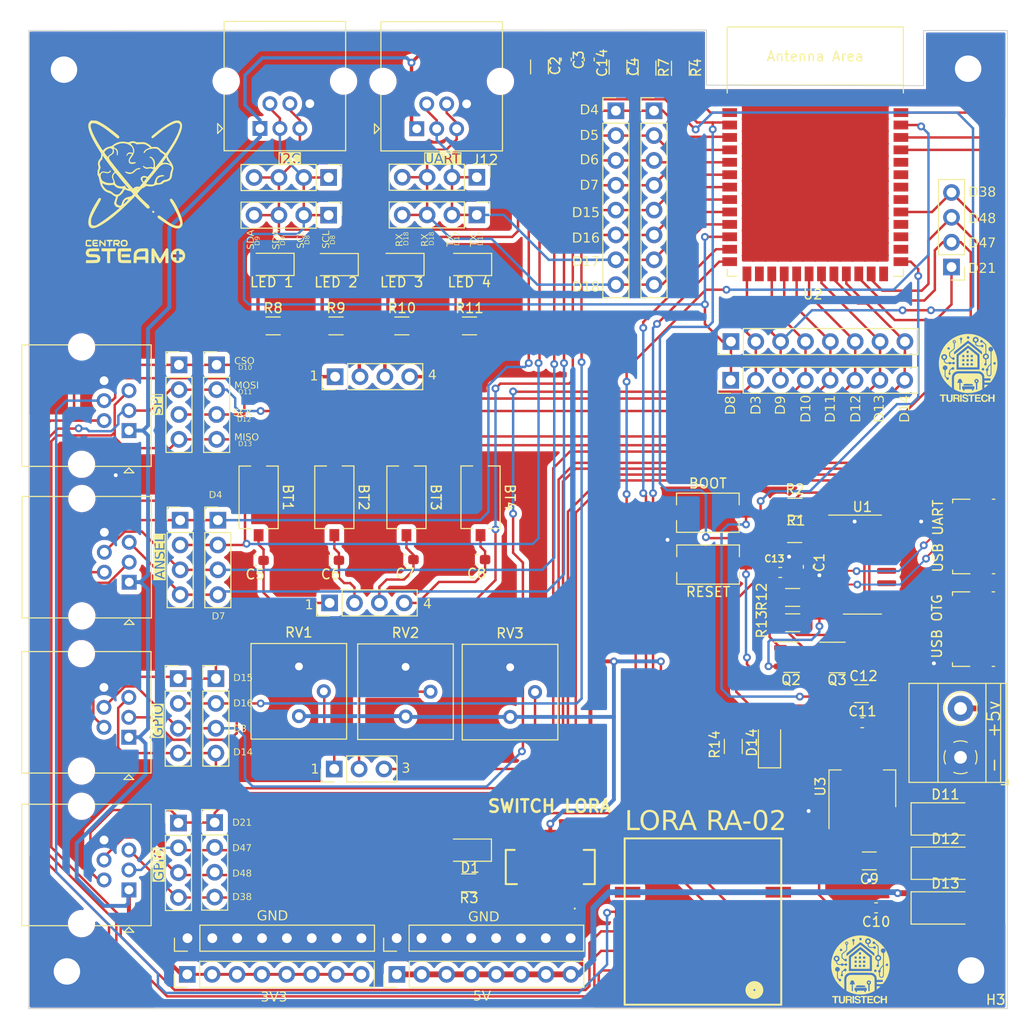
<source format=kicad_pcb>
(kicad_pcb (version 20221018) (generator pcbnew)
  (layers (0 "F.Cu" signal) (31 "B.Cu" signal) (34 "B.Paste" user) (35 "F.Paste" user) (36 "B.SilkS" user "B.Silkscreen") (37 "F.SilkS" user "F.Silkscreen") (38 "B.Mask" user) (39 "F.Mask" user) (44 "Edge.Cuts" user))
  (net 0 "")
  (net 1 "GND")
  (net 2 "/GPIO_02")
  (net 3 "/GPIO_15")
  (net 4 "/GPIO_16")
  (net 5 "/GPIO_38")
  (net 6 "+3.3V")
  (net 7 "/CHIP_PU")
  (net 8 "+5V")
  (net 9 "/GPIO0")
  (net 10 "/GPIO_01")
  (net 11 "Net-(D7-A)")
  (net 12 "Net-(D8-A)")
  (net 13 "Net-(D9-A)")
  (net 14 "Net-(D10-A)")
  (net 15 "/VBUS_OTG")
  (net 16 "/VBUS")
  (net 17 "/V_EXT")
  (net 18 "Net-(D14-A)")
  (net 19 "/GPIO_18")
  (net 20 "/GPIO_17")
  (net 21 "/D-")
  (net 22 "/D+")
  (net 24 "/GPIO_08")
  (net 25 "/GPIO_09")
  (net 26 "/GPIO_10")
  (net 27 "/GPIO_12")
  (net 28 "/GPIO_13")
  (net 29 "/GPIO_11")
  (net 30 "/GPIO_19")
  (net 31 "/GPIO_20")
  (net 33 "/GPIO_42_TMS")
  (net 34 "/GPIO_39_TCK")
  (net 35 "/GPIO_40_TDO")
  (net 36 "/GPIO_41_TDI")
  (net 37 "Net-(Q2-B)")
  (net 38 "/RTS")
  (net 39 "Net-(Q3-B)")
  (net 40 "/DTR")
  (net 41 "Net-(U1-TXD)")
  (net 42 "/U0RXD")
  (net 43 "Net-(U1-RXD)")
  (net 44 "/U0TXD")
  (net 45 "Net-(U2-3V3)")
  (net 46 "/GPIO_45")
  (net 47 "/GPIO_48")
  (net 48 "/GPIO_47")
  (net 49 "/GPIO_21")
  (net 50 "/GPIO_14")
  (net 51 "/GPIO_46")
  (net 52 "/GPIO_04")
  (net 53 "/GPIO_05")
  (net 54 "/GPIO_06")
  (net 55 "/GPIO_07")
  (net 65 "/LED1")
  (net 66 "/LED2")
  (net 67 "/LED3")
  (net 68 "/LED4")
  (net 69 "/POT1")
  (net 70 "/POT2")
  (net 71 "/POT3")
  (net 72 "/BTN1")
  (net 73 "/BTN2")
  (net 74 "/BTN3")
  (net 75 "/BTN4")
  (net 76 "/GPIO_03")
  (net 82 "Net-(U1-VCC)")
  (net 88 "Net-(D1-A)")
  (net 89 "Net-(S1-NC_4)")
  (footprint "Connector_PinHeader_2.54mm:PinHeader_1x04_P2.54mm_Vertical" (layer "F.Cu") (at 30.645 18.875 -90)
    (fp_text reference "J19" hide)
    (fp_text value "~" hide)
  )
  (footprint "Capacitor_SMD:C_0603_1608Metric_Pad1.08x0.95mm_HandSolder" (layer "F.Cu") (at 85.1775 70.77 180)
    (fp_text reference "C11")
    (fp_text value "0.1 uF")
  )
  (footprint "Capacitor_SMD:C_1206_3216Metric_Pad1.33x1.80mm_HandSolder" (layer "F.Cu") (at 85.9 84.9 180)
    (fp_text reference "C9")
    (fp_text value "10 uF")
  )
  (footprint "Connector_PinHeader_2.54mm:PinHeader_1x04_P2.54mm_Vertical" (layer "F.Cu") (at 15.35 34.18)
    (fp_text reference "J20" hide)
    (fp_text value "~")
  )
  (footprint "Capacitor_SMD:C_0603_1608Metric_Pad1.08x0.95mm_HandSolder" (layer "F.Cu") (at 86.6 89.7 180)
    (fp_text reference "C10")
    (fp_text value "0.1 uF")
  )
  (footprint "Capacitor_SMD:C_1206_3216Metric_Pad1.33x1.80mm_HandSolder" (layer "F.Cu") (at 85.1075 67.8 180)
    (fp_text reference "C12")
    (fp_text value "10 uF")
  )
  (footprint "Connector_RJ:RJ25_Wayconn_MJEA-660X1_Horizontal" (layer "F.Cu") (at 10.225 72.26 -90)
    (fp_text reference "J22" hide)
    (fp_text value "GPIO")
  )
  (footprint "Capacitor_SMD:C_0603_1608Metric_Pad1.08x0.95mm_HandSolder" (layer "F.Cu") (at 23.1325 54.175 180)
    (fp_text reference "C5")
    (fp_text value "0.1 uF")
  )
  (footprint "Capacitor_SMD:C_0603_1608Metric_Pad1.08x0.95mm_HandSolder" (layer "F.Cu") (at 30.8375 54.165 180)
    (fp_text reference "C6")
    (fp_text value "0.1 uF")
  )
  (footprint "Connector_PinHeader_2.54mm:PinHeader_1x04_P2.54mm_Vertical" (layer "F.Cu") (at 31.3125 35.3925 90)
    (fp_text reference "J3" hide)
    (fp_text value "LEDS" hide)
  )
  (footprint "Images:CentroSteamLogo" (layer "F.Cu") (at 10.971268 16.67879)
    (fp_text reference "G***" hide)
    (fp_text value "LOGO" hide)
  )
  (footprint "Connector_PinHeader_2.54mm:PinHeader_1x04_P2.54mm_Vertical" (layer "F.Cu") (at 15.275 66.26)
    (fp_text reference "J26" hide)
    (fp_text value "~")
  )
  (footprint "Connector_PinHeader_2.54mm:PinHeader_1x08_P2.54mm_Vertical" (layer "F.Cu") (at 71.76 31.8 90)
    (fp_text reference "J1" hide)
    (fp_text value "12,15,17,18,19,20,21,22" hide)
  )
  (footprint "LED_SMD:LED_1206_3216Metric" (layer "F.Cu") (at 38.11 23.92 180)
    (fp_text reference "LED 3")
    (fp_text value "Blue LED" hide)
  )
  (footprint "TerminalBlock_Phoenix:TerminalBlock_Phoenix_MKDS-1,5-2_1x02_P5.00mm_Horizontal" (layer "F.Cu") (at 95.22 74.31 90)
    (fp_text reference "J6" hide)
    (fp_text value "Screw_Terminal_01x02")
  )
  (footprint "Connector_PinHeader_2.54mm:PinHeader_1x08_P2.54mm_Vertical" (layer "F.Cu") (at 60 8.2)
    (fp_text reference "J4" hide)
    (fp_text value "4,5,6,7,8,9,10,11" hide)
  )
  (footprint "Diode_SMD:D_SMA" (layer "F.Cu") (at 93.68 89.71)
    (fp_text reference "D13")
    (fp_text value "D_Schottky")
  )
  (footprint "Images:imagenMejora" (layer "F.Cu") (at 84.992633 96.398704)
    (fp_text reference "G***" hide)
    (fp_text value "LOGO" hide)
  )
  (footprint "Button_Switch_SMD:SW_Tactile_SPST_NO_Straight_CK_PTS636Sx25SMTRLFS" (layer "F.Cu") (at 69.4 49.3)
    (fp_text reference "BOOT")
    (fp_text value "SW_Push")
  )
  (footprint "LED_SMD:LED_1206_3216Metric" (layer "F.Cu") (at 45 83.8 180)
    (fp_text reference "D1")
    (fp_text value "Blue LED")
  )
  (footprint "" (layer "F.Cu") (at 96 3.9)
    (fp_text reference "")
    (fp_text value "")
  )
  (footprint "Button_Switch_SMD:SW_Tactile_SPST_NO_Straight_CK_PTS636Sx25SMTRLFS" (layer "F.Cu") (at 46.17 47.72 -90)
    (fp_text reference "BT4")
    (fp_text value "SW_Push")
  )
  (footprint "Connector_RJ:RJ25_Wayconn_MJEA-660X1_Horizontal" (layer "F.Cu") (at 39.65 10.04 180)
    (fp_text reference "J12")
    (fp_text value "RJ25")
  )
  (footprint "Connector_RJ:RJ25_Wayconn_MJEA-660X1_Horizontal" (layer "F.Cu") (at 23.625 10.015 180)
    (fp_text reference "J13" hide)
    (fp_text value "RJ25" hide)
  )
  (footprint "Connector_PinHeader_2.54mm:PinHeader_1x08_P2.54mm_Vertical" (layer "F.Cu") (at 37.6 92.8 90)
    (fp_text reference "J33" hide)
    (fp_text value "GND")
  )
  (footprint "Resistor_SMD:R_1206_3216Metric" (layer "F.Cu") (at 78.2975 48.73)
    (fp_text reference "R2")
    (fp_text value "1K")
  )
  (footprint "Connector_PinHeader_2.54mm:PinHeader_1x08_P2.54mm_Vertical" (layer "F.Cu") (at 37.62 96.5 90)
    (fp_text reference "J31" hide)
    (fp_text value "5v")
  )
  (footprint "RA-02:RA-02" (layer "F.Cu") (at 68.9 91.1 180)
    (fp_text reference "U4" hide)
    (fp_text value "RA-02")
  )
  (footprint "Connector_RJ:RJ25_Wayconn_MJEA-660X1_Horizontal" (layer "F.Cu") (at 10.265 56.4 -90)
    (fp_text reference "J9" hide)
    (fp_text value "ANSEL")
  )
  (footprint "Resistor_SMD:R_1206_3216Metric" (layer "F.Cu") (at 72 73.2 -90)
    (fp_text reference "R14")
    (fp_text value "330R")
  )
  (footprint "Capacitor_SMD:C_0603_1608Metric_Pad1.08x0.95mm_HandSolder" (layer "F.Cu") (at 45.7725 54.095 180)
    (fp_text reference "C8")
    (fp_text value "0.1 uF")
  )
  (footprint "Images:imagenMejora" (layer "F.Cu") (at 95.992633 34.898704)
    (fp_text reference "G***" hide)
    (fp_text value "LOGO" hide)
  )
  (footprint "Resistor_SMD:R_1206_3216Metric" (layer "F.Cu") (at 66.595 3.8625 -90)
    (fp_text reference "R4")
    (fp_text value "0R")
  )
  (footprint "Potentiometer_THT:Potentiometer_Bourns_3386P_Vertical" (layer "F.Cu") (at 27.615 70.1)
    (fp_text reference "RV1")
    (fp_text value "100K")
  )
  (footprint "LED_SMD:LED_1206_3216Metric" (layer "F.Cu") (at 24.83 23.91 180)
    (fp_text reference "LED 1")
    (fp_text value "Blue LED" hide)
  )
  (footprint "Connector_RJ:RJ25_Wayconn_MJEA-660X1_Horizontal" (layer "F.Cu") (at 10.235 87.865 -90)
    (fp_text reference "J23" hide)
    (fp_text value "GPIO2" hide)
  )
  (footprint "Potentiometer_THT:Potentiometer_Bourns_3386P_Vertical" (layer "F.Cu") (at 49.2 70.18)
    (fp_text reference "RV3")
    (fp_text value "100K")
  )
  (footprint "MountingHole:MountingHole_2.7mm_M2.5_DIN965_Pad" (layer "F.Cu") (at 96.3 96.1)
    (fp_text reference "H3")
    (fp_text value "MountingHole_2.7mm_M2.5_DIN965_Pad" hide)
  )
  (footprint "Connector_PinHeader_2.54mm:PinHeader_1x08_P2.54mm_Vertical" (layer "F.Cu") (at 63.9 8.2)
    (fp_text reference "J7" hide)
    (fp_text value "4,5,6,7,8,9,10,11" hide)
  )
  (footprint "Connector_PinHeader_2.54mm:PinHeader_1x04_P2.54mm_Vertical" (layer "F.Cu") (at 15.3 81.02)
    (fp_text reference "J28" hide)
    (fp_text value "~")
  )
  (footprint "Connector_PinHeader_2.54mm:PinHeader_1x04_P2.54mm_Vertical" (layer "F.Cu") (at 15.475 50.06)
    (fp_text reference "J24" hide)
    (fp_text value "~")
  )
  (footprint "Connector_PinHeader_2.54mm:PinHeader_1x04_P2.54mm_Vertical" (layer "F.Cu") (at 30.645 15.025 -90)
    (fp_text reference "J18" hide)
    (fp_text value "~" hide)
  )
  (footprint "Resistor_SMD:R_1206_3216Metric" (layer "F.Cu") (at 44.96 87.14)
    (fp_text reference "R3")
    (fp_text value "330R")
  )
  (footprint "Capacitor_SMD:C_0603_1608Metric_Pad1.08x0.95mm_HandSolder" (layer "F.Cu") (at 57.275 2.96 90)
    (fp_text reference "C14")
    (fp_text value "0.1 uF")
  )
  (footprint "Button_Switch_SMD:SW_Tactile_SPST_NO_Straight_CK_PTS636Sx25SMTRLFS" (layer "F.Cu") (at 31.23 47.72 -90)
    (fp_text reference "BT2")
    (fp_text value "SW_Push")
  )
  (footprint "Connector_USB:USB_Micro-B_Molex_47346-0001" (layer "F.Cu") (at 96.11 61.2 90)
    (fp_text reference "J8" hide)
    (fp_text value "USB_B_Micro")
  )
  (footprint "Resistor_SMD:R_1206_3216Metric" (layer "F.Cu") (at 24.9775 30.2)
    (fp_text reference "R8")
    (fp_text value "330R")
  )
  (footprint "Resistor_SMD:R_1206_3216Metric" (layer "F.Cu") (at 78.0625 57.96)
    (fp_text reference "R12")
    (fp_text value "10K")
  )
  (footprint "Connector_PinHeader_2.54mm:PinHeader_1x04_P2.54mm_Vertical" (layer "F.Cu") (at 30.75 58.525 90)
    (fp_text reference "J10" hide)
    (fp_text value "BUTTONS")
  )
  (footprint "Capacitor_SMD:C_0603_1608Metric_Pad1.08x0.95mm_HandSolder" (layer "F.Cu") (at 76.8025 55.41)
    (fp_text reference "C13")
    (fp_text value "0.1 uF")
  )
  (footprint "Diode_SMD:D_SMA" (layer "F.Cu") (at 93.68 80.61)
    (fp_text reference "D11")
    (fp_text value "D_Schottky")
  )
  (footprint "Package_TO_SOT_SMD:SOT-23-3" (layer "F.Cu") (at 77.9675 64.07)
    (fp_text reference "Q2")
    (fp_text value "Q_NPN_BEC")
  )
  (footprint "Resistor_SMD:R_1206_3216Metric" (layer "F.Cu") (at 45.04 30.2)
    (fp_text reference "R11")
    (fp_text value "330R")
  )
  (footprint "Connector_PinHeader_2.54mm:PinHeader_1x04_P2.54mm_Vertical" (layer "F.Cu") (at 19.325 50.06)
    (fp_text reference "J25" hide)
    (fp_text value "~")
  )
  (footprint "Capacitor_SMD:C_0603_1608Metric_Pad1.08x0.95mm_HandSolder" (layer "F.Cu") (at 54.925 2.9625 -90)
    (fp_text reference "C3")
    (fp_text value "0.1 uF")
  )
  (footprint "Button_Switch_SMD:SW_Tactile_SPST_NO_Straight_CK_PTS636Sx25SMTRLFS" (layer "F.Cu") (at 69.425 54.6)
    (fp_text reference "RESET")
    (fp_text value "SW_Push")
  )
  (footprint "Resistor_SMD:R_1206_3216Metric" (layer "F.Cu") (at 78.27 51.44 180)
    (fp_text reference "R1")
    (fp_text value "1K")
  )
  (footprint "Connector_PinHeader_2.54mm:PinHeader_1x04_P2.54mm_Vertical" (layer "F.Cu") (at 94.3 24.18 180)
    (fp_text reference "J5" hide)
    (fp_text value "23,24,25,31" hide)
  )
  (footprint "Connector_PinHeader_2.54mm:PinHeader_1x04_P2.54mm_Vertical" (layer "F.Cu") (at 19.2 34.18)
    (fp_text reference "J21" hide)
    (fp_text value "~")
  )
  (footprint "Resistor_SMD:R_1206_3216Metric" (layer "F.Cu") (at 78.0725 60.55 180)
    (fp_text reference "R13")
    (fp_text value "10K")
  )
  (footprint "Resistor_SMD:R_1206_3216Metric" (layer "F.Cu") (at 63.185 3.8425 90)
    (fp_text reference "R7")
    (fp_text value "10K")
  )
  (footprint "Connector_PinHeader_2.54mm:PinHeader_1x04_P2.54mm_Vertical" (layer "F.Cu") (at 45.79 15 -90)
    (fp_text reference "J16" hide)
    (fp_text value "~" hide)
  )
  (footprint "Potentiometer_THT:Potentiometer_Bourns_3386P_Vertical" (layer "F.Cu") (at 38.515 70.14)
    (fp_text reference "RV2")
    (fp_text value "100K")
  )
  (footprint "Package_TO_SOT_SMD:SOT-23-3" (layer "F.Cu") (at 82.6375 64.1)
    (fp_text reference "Q3")
    (fp_text value "Q_NPN_BEC")
  )
  (footprint "Connector_PinHeader_2.54mm:PinHeader_1x08_P2.54mm_Vertical" (layer "F.Cu") (at 16.22 92.8 90)
    (fp_text reference "J30" hide)
    (fp_text value "GND")
  )
  (footprint "Diode_SMD:D_SMA" (layer "F.Cu") (at 93.69 85.14)
    (fp_text reference "D12")
    (fp_text value "D_Schottky")
  )
  (footprint "Connector_PinHeader_2.54mm:PinHeader_1x08_P2.54mm_Vertical" (layer "F.Cu") (at 16.2 96.5 90)
    (fp_text reference "J11" hide)
    (fp_text value "5v")
  )
  (footprint "Connector_PinHeader_2.54mm:PinHeader_1x04_P2.54mm_Vertical" (layer "F.Cu") (at 19 80.98)
    (fp_text reference "J29" hide)
    (fp_text value "~")
  )
  (footprint "Package_TO_SOT_SMD:SOT-223-3_TabPin2" (layer "F.Cu") (at 85.19 77.51 90)
    (fp_text reference "U3")
    (fp_text value "3.3v 1A")
  )
  (footprint "Connector_RJ:RJ25_Wayconn_MJEA-660X1_Horizontal" (layer "F.Cu") (at 10.24 40.9 -90)
    (fp_text reference "J14" hide)
    (fp_text value "RJ25")
  )
  (footprint "Connector_PinHeader_2.54mm:PinHeader_1x04_P2.54mm_Vertical" (layer "F.Cu") (at 19.125 66.26)
    (fp_text reference "J27" hide)
    (fp_text value "~")
  )
  (footprint "" (layer "F.Cu") (at 3.9 96.2)
    (fp_text reference "")
    (fp_text value "")
  )
  (footprint "Resistor_SMD:R_1206_3216Metric" (layer "F.Cu") (at 31.4 30.2)
    (fp_text reference "R9")
    (fp_text value "330R")
  )
  (footprint "LED_SMD:LED_1206_3216Metric" (layer "F.Cu") (at 45.02 23.92 180)
    (fp_text reference "LED 4")
    (fp_text value "Blue LED" hide)
  )
  (footprint "" (layer "F.Cu") (at 3.6 4)
    (fp_text reference "")
    (fp_text value "")
  )
  (footprint "LED_SMD:LED_1206_3216Metric" (layer "F.Cu") (at 75.7 73.1 90)
    (fp_text reference "D14")
    (fp_text value "RED LED")
  )
  (footprint "Button_Switch_SMD:SW_Tactile_SPST_NO_Straight_CK_PTS636Sx25SMTRLFS" (layer "F.Cu") (at 23.49 47.73 -90)
    (fp_text reference "BT1")
    (fp_text value "SW_Push")
  )
  (footprint "Capacitor_SMD:C_0603_1608Metric_Pad1.08x0.95mm_HandSolder" (layer "F.Cu") (at 79.67 54.83 -90)
    (fp_text reference "C1")
    (fp_text value "0.1 uF")
  )
  (footprint "PCM_Espressif:ESP32-S3-WROOM-1" (layer "F.Cu") (at 80.38 15.38)
    (fp_text reference "U2")
    (fp_text value "ESP32-S3-WROOM-1")
  )
  (footprint "Button_Switch_SMD:SW_Tactile_SPST_NO_Straight_CK_PTS636Sx25SMTRLFS" (layer "F.Cu") (at 38.6 47.725 -90)
    (fp_text reference "BT3")
    (fp_text value "SW_Push")
  )
  (footprint "Connector_PinHeader_2.54mm:PinHeader_1x08_P2.54mm_Vertical" (layer "F.Cu") (at 71.737652 35.752944 90)
    (fp_text reference "J15" hide)
    (fp_text value "12,15,17,18,19,20,21,22" hide)
  )
  (footprint "Connector_USB:USB_Micro-B_Molex_47346-0001" (layer "F.Cu") (at 96.13 51.73 90)
    (fp_text reference "J2" hide)
    (fp_text value "USB_B_Micro")
  )
  (footprint "Capacitor_SMD:C_0603_1608Metric_Pad1.08x0.95mm_HandSolder" (layer "F.Cu") (at 38.4525 54.095 180)
    (fp_text reference "C7")
    (fp_text value "0.1 uF")
  )
  (footprint "Connector_PinHeader_2.54mm:PinHeader_1x03_P2.54mm_Vertical" (layer "F.Cu") (at 31.22 75.5 90)
    (fp_text reference "J32" hide)
    (fp_text value "Conn_01x03_Pin")
  )
  (footprint "Package_SO:SOIC-16_3.9x9.9mm_P1.27mm" (layer "F.Cu") (at 85.195 54.605)
    (fp_text reference "U1")
    (fp_text value "CH340C")
  )
  (footprint "Capacitor_SMD:C_1206_3216Metric_Pad1.33x1.80mm_HandSolder" (layer "F.Cu") (at 52.195 3.7225 -90)
    (fp_text reference "C2")
    (fp_text value "10 uF")
  )
  (footprint "Capacitor_SMD:C_1206_3216Metric_Pad1.33x1.80mm_HandSolder" (layer "F.Cu") (at 60.225 3.7425 90)
    (fp_text reference "C4")
    (fp_text value "1 uF")
  )
  (footprint "Resistor_SMD:R_1206_3216Metric" (layer "F.Cu") (at 38.13 30.2)
    (fp_text reference "R10")
    (fp_text value "330R")
  )
  (footprint "LED_SMD:LED_1206_3216Metric" (layer "F.Cu") (at 31.39 23.93 180)
    (fp_text reference "LED 2")
    (fp_text value "Blue LED" hide)
  )
  (footprint "SWITCH SMD:SLW9135352ASMT" (layer "F.Cu") (at 53.3 85.525 180)
    (fp_text reference "SWITCH LORA")
    (fp_text value "SLW-913535-2A-SMT" hide)
  )
  (footprint "Connector_PinHeader_2.54mm:PinHeader_1x04_P2.54mm_Vertical" (layer "F.Cu") (at 45.79 18.85 -90)
    (fp_text reference "J17" hide)
    (fp_text value "~" hide)
  )
  (gr_line (start 0 0) (end 0 100) (stroke (width 0.1)) (layer "Edge.Cuts"))
  (gr_line (start 91.44 5.63) (end 69.26 5.585) (stroke (width 0.1)) (layer "Edge.Cuts"))
  (gr_line (start 0 100) (end 100 100) (stroke (width 0.1)) (layer "Edge.Cuts"))
  (gr_line locked (start 69.26 5.585) (end 69.26 -0.045) (stroke (width 0.1)) (layer "Edge.Cuts"))
  (gr_line (start 100 100) (end 100 0) (stroke (width 0.1)) (layer "Edge.Cuts"))
  (gr_line locked (start 91.44 0) (end 91.44 5.63) (stroke (width 0.1)) (layer "Edge.Cuts"))
  (gr_line (start 69.26 -0.045) (end 0 0) (stroke (width 0.1)) (layer "Edge.Cuts"))
  (gr_line locked (start 100 0) (end 91.44 0) (stroke (width 0.1)) (layer "Edge.Cuts"))
  (gr_text "D3\n\n" (at 20.9 72) (layer "F.SilkS") (effects (font (size 0.7 0.7) (thickness 0.125)) (justify left)))
  (gr_text "D17\n\n" (at 44.2 22 90) (layer "F.SilkS") (effects (font (size 0.5 0.5) (thickness 0.125)) (justify left)))
  (gr_text "D13\n\n" (at 21.4 42.7) (layer "F.SilkS") (effects (font (size 0.5 0.5) (thickness 0.125)) (justify left)))
  (gr_text "D5\n\n" (at 56.3 11.6) (layer "F.SilkS") (effects (font (size 1 1) (thickness 0.125)) (justify left)))
  (gr_text "D13\n\n" (at 87.8 40.1 90) (layer "F.SilkS") (effects (font (size 1 1) (thickness 0.125)) (justify left)))
  (gr_text "D7\n\n" (at 56.3 16.7) (layer "F.SilkS") (effects (font (size 1 1) (thickness 0.125)) (justify left)))
  (gr_text "D18\n\n" (at 39 22 90) (layer "F.SilkS") (effects (font (size 0.5 0.5) (thickness 0.125)) (justify left)))
  (gr_text "D16\n\n" (at 20.9 69.4) (layer "F.SilkS") (effects (font (size 0.7 0.7) (thickness 0.125)) (justify left)))
  (gr_text "TX\n\n" (at 43.7 22.1 90) (layer "F.SilkS") (effects (font (size 0.7 0.7) (thickness 0.125)) (justify left)))
  (gr_text "SPI\n\n" (at 14.02 39.29 90) (layer "F.SilkS" knockout) (effects (font (size 1 1) (thickness 0.125)) (justify left)))
  (gr_text "1\n\n" (at 28.8 76.4) (layer "F.SilkS") (effects (font (size 1 1) (thickness 0.125)) (justify left)))
  (gr_text "1\n\n" (at 28.2 59.6) (layer "F.SilkS") (effects (font (size 1 1) (thickness 0.125)) (justify left)))
  (gr_text "D11\n\n" (at 21.4 37.4) (layer "F.SilkS") (effects (font (size 0.5 0.5) (thickness 0.125)) (justify left)))
  (gr_text "GND\n\n" (at 44.9 91.5) (layer "F.SilkS") (effects (font (size 1 1) (thickness 0.125)) (justify left)))
  (gr_text "D10\n\n" (at 80.3 40.1 90) (layer "F.SilkS") (effects (font (size 1 1) (thickness 0.125)) (justify left)))
  (gr_text "D38\n\n" (at 96 17.4) (layer "F.SilkS") (effects (font (size 1 1) (thickness 0.125)) (justify left)))
  (gr_text "CSO\n\n" (at 21 34.4) (layer "F.SilkS") (effects (font (size 0.7 0.7) (thickness 0.125)) (justify left)))
  (gr_text "D3\n\n" (at 75.2 39.3 90) (layer "F.SilkS") (effects (font (size 1 1) (thickness 0.125)) (justify left)))
  (gr_text "D14\n\n" (at 90.4 40.1 90) (layer "F.SilkS") (effects (font (size 1 1) (thickness 0.125)) (justify left)))
  (gr_text "SCK\n\n" (at 20.9 39.7) (layer "F.SilkS") (effects (font (size 0.7 0.7) (thickness 0.125)) (justify left)))
  (gr_text "1\n\n" (at 28.7 36.2) (layer "F.SilkS") (effects (font (size 1 1) (thickness 0.125)) (justify left)))
  (gr_text "D15\n\n" (at 20.9 66.8) (layer "F.SilkS") (effects (font (size 0.7 0.7) (thickness 0.125)) (justify left)))
  (gr_text "D14\n\n" (at 20.9 74.4) (layer "F.SilkS") (effects (font (size 0.7 0.7) (thickness 0.125)) (justify left)))
  (gr_text "SDA\n\n" (at 23.3 22.4 90) (layer "F.SilkS") (effects (font (size 0.7 0.7) (thickness 0.125)) (justify left)))
  (gr_text "SDA\n\n" (at 25.9 22.4 90) (layer "F.SilkS") (effects (font (size 0.7 0.7) (thickness 0.125)) (justify left)))
  (gr_text "GPIO\n\n" (at 14.2 87 90) (layer "F.SilkS" knockout) (effects (font (size 1 1) (thickness 0.125)) (justify left)))
  (gr_text "5V\n\n" (at 45.4 99.6) (layer "F.SilkS") (effects (font (size 1 1) (thickness 0.125)) (justify left)))
  (gr_text "GND\n\n" (at 23.3 91.4) (layer "F.SilkS") (effects (font (size 1 1) (thickness 0.125)) (justify left)))
  (gr_text "D21\n\n" (at 20.8 81.6) (layer "F.SilkS") (effects (font (size 0.7 0.7) (thickness 0.125)) (justify left)))
  (gr_text "D48\n\n" (at 20.8 86.8) (layer "F.SilkS") (effects (font (size 0.7 0.7) (thickness 0.125)) (justify left)))
  (gr_text "GPIO\n\n" (at 14.1 72.3 90) (layer "F.SilkS" knockout) (effects (font (size 1 1) (thickness 0.125)) (justify left)))
  (gr_text "D48\n\n" (at 96 20.1) (layer "F.SilkS") (effects (font (size 1 1) (thickness 0.125)) (justify left)))
  (gr_text "D6\n\n" (at 56.3 14.1) (layer "F.SilkS") (effects (font (size 1 1) (thickness 0.125)) (justify left)))
  (gr_text "D12\n\n" (at 85.4 40.1 90) (layer "F.SilkS") (effects (font (size 1 1) (thickness 0.125)) (justify left)))
  (gr_text "D38\n\n" (at 20.8 89.2) (layer "F.SilkS") (effects (font (size 0.7 0.7) (thickness 0.125)) (justify left)))
  (gr_text "USB UART" (at 93.5 55.5 90) (layer "F.SilkS") (effects (font (size 1 1)) (justify left bottom)))
  (gr_text "D18\n\n" (at 41.6 22 90) (layer "F.SilkS") (effects (font (size 0.5 0.5) (thickness 0.125)) (justify left)))
  (gr_text "4\n\n" (at 40.3 59.5) (layer "F.SilkS") (effects (font (size 1 1) (thickness 0.125)) (justify left)))
  (gr_text "LORA RA-02\n\n" (at 60.9 82.6) (layer "F.SilkS") (effects (font (size 2 2) (thickness 0.125)) (justify left)))
  (gr_text "MOSI\n\n" (at 21 36.9) (layer "F.SilkS") (effects (font (size 0.7 0.7) (thickness 0.125)) (justify left)))
  (gr_text "D18\n\n" (at 55.5 27.1) (layer "F.SilkS") (effects (font (size 1 1) (thickness 0.125)) (justify left)))
  (gr_text "D12\n\n" (at 21.3 40.2) (layer "F.SilkS") (effects (font (size 0.5 0.5) (thickness 0.125)) (justify left)))
  (gr_text "D9\n\n" (at 23.8 22 90) (layer "F.SilkS") (effects (font (size 0.5 0.5) (thickness 0.125)) (justify left)))
  (gr_text "D4\n\n" (at 18.4 48.1) (layer "F.SilkS") (effects (font (size 0.7 0.7) (thickness 0.125)) (justify left)))
  (gr_text "USB OTG" (at 93.4 64.3 90) (layer "F.SilkS") (effects (font (size 1 1)) (justify left bottom)))
  (gr_text "D8\n\n" (at 28.9 21.9 90) (layer "F.SilkS") (effects (font (size 0.5 0.5) (thickness 0.125)) (justify left)))
  (gr_text "D16\n\n" (at 55.5 22.1) (layer "F.SilkS") (effects (font (size 1 1) (thickness 0.125)) (justify left)))
  (gr_text "D15\n\n" (at 55.5 19.5) (layer "F.SilkS") (effects (font (size 1 1) (thickness 0.125)) (justify left)))
  (gr_text "TX\n\n" (at 46.1 22.1 90) (layer "F.SilkS") (effects (font (size 0.7 0.7) (thickness 0.125)) (justify left)))
  (gr_text "D8\n\n" (at 72.6 39.3 90) (layer "F.SilkS") (effects (font (size 1 1) (thickness 0.125)) (justify left)))
  (gr_text "3\n\n" (at 38.1 76.3) (layer "F.SilkS") (effects (font (size 1 1) (thickness 0.125)) (justify left)))
  (gr_text "D11\n\n" (at 82.8 40.1 90) (layer "F.SilkS") (effects (font (size 1 1) (thickness 0.125)) (justify left)))
  (gr_text "D17\n\n" (at 46.6 22 90) (layer "F.SilkS") (effects (font (size 0.5 0.5) (thickness 0.125)) (justify left)))
  (gr_text "-  +5v" (at 98.6 72.2 90) (layer "F.SilkS") (effects (font (size 1.3 1.3))))
  (gr_text "D7\n\n" (at 18.7 60.5) (layer "F.SilkS") (effects (font (size 0.7 0.7) (thickness 0.125)) (justify left)))
  (gr_text "4\n\n" (at 40.8 36.1) (layer "F.SilkS") (effects (font (size 1 1) (thickness 0.125)) (justify left)))
  (gr_text "D47\n\n" (at 20.8 84.2) (layer "F.SilkS") (effects (font (size 0.7 0.7) (thickness 0.125)) (justify left)))
  (gr_text "D4\n\n" (at 56.3 9) (layer "F.SilkS") (effects (font (size 1 1) (thickness 0.125)) (justify left)))
  (gr_text "SCL\n\n" (at 28.4 22.3 90) (layer "F.SilkS") (effects (font (size 0.7 0.7) (thickness 0.125)) (justify left)))
  (gr_text "I2C\n\n" (at 25.5 14) (layer "F.SilkS" knockout) (effects (font (size 1 1) (thickness 0.125)) (justify left)))
  (gr_text "3V3\n\n" (at 23.7 99.7) (layer "F.SilkS") (effects (font (size 1 1) (thickness 0.125)) (justify left)))
  (gr_text "RX\n\n" (at 41.1 22.1 90) (layer "F.SilkS") (effects (font (size 0.7 0.7) (thickness 0.125)) (justify left)))
  (gr_text "MISO\n\n" (at 21 42.2) (layer "F.SilkS") (effects (font (size 0.7 0.7) (thickness 0.125)) (justify left)))
  (gr_text "D10\n\n" (at 21.4 34.9) (layer "F.SilkS") (effects (font (size 0.5 0.5) (thickness 0.125)) (justify left)))
  (gr_text "ANSEL\n\n" (at 14.3 56.1 90) (layer "F.SilkS" knockout) (effects (font (size 1 1) (thickness 0.125)) (justify left)))
  (gr_text "D47\n\n" (at 96 22.6) (layer "F.SilkS") (effects (font (size 1 1) (thickness 0.125)) (justify left)))
  (gr_text "D9\n\n" (at 77.7 39.3 90) (layer "F.SilkS") (effects (font (size 1 1) (thickness 0.125)) (justify left)))
  (gr_text "RX\n\n" (at 38.5 22.1 90) (layer "F.SilkS") (effects (font (size 0.7 0.7) (thickness 0.125)) (justify left)))
  (gr_text "SCL\n\n" (at 31 22.3 90) (layer "F.SilkS") (effects (font (size 0.7 0.7) (thickness 0.125)) (justify left)))
  (gr_text "UART\n\n" (at 40.4 14) (layer "F.SilkS" knockout) (effects (font (size 1 1) (thickness 0.125)) (justify left)))
  (gr_text "D17\n\n" (at 55.5 24.5) (layer "F.SilkS") (effects (font (size 1 1) (thickness 0.125)) (justify left)))
  (gr_text "D21\n\n" (at 96 25.2) (layer "F.SilkS") (effects (font (size 1 1) (thickness 0.125)) (justify left)))
  (gr_text "D8\n\n" (at 31.5 21.9 90) (layer "F.SilkS") (effects (font (size 0.5 0.5) (thickness 0.125)) (justify left)))
  (gr_text "D9\n\n" (at 26.4 22 90) (layer "F.SilkS") (effects (font (size 0.5 0.5) (thickness 0.125)) (justify left)))
  (segment (start 92.1575 49.2425) (end 91.2 50.2) (width 0.25) (layer "F.Cu") (net 1))
  (segment (start 94.755 49.2425) (end 92.1575 49.2425) (width 0.25) (layer "F.Cu") (net 1))
  (via (at 8.89 45.466) (size 0.8) (drill 0.4) (layers "F.Cu" "B.Cu") (net 1))
  (via (at 85.9 86.9) (size 0.8) (drill 0.4) (layers "F.Cu" "B.Cu") (net 1))
  (via (at 91.2 50.2) (size 0.8) (drill 0.4) (layers "F.Cu" "B.Cu") (net 1))
  (via (at 65.278 52.07) (size 0.8) (drill 0.4) (layers "F.Cu" "B.Cu") (net 1))
  (via (at 92.5 64.7) (size 0.8) (drill 0.4) (layers "F.Cu" "B.Cu") (net 1))
  (via (at 80.8 55.7) (size 0.8) (drill 0.4) (layers "F.Cu" "B.Cu") (net 1))
  (via (at 79.7 79.8) (size 0.8) (drill 0.4) (layers "F.Cu" "B.Cu") (net 1))
  (via (at 84.4 50.2) (size 0.8) (drill 0.4) (layers "F.Cu" "B.Cu") (net 1))
  (via (at 77.7 53.8) (size 0.8) (drill 0.4) (layers "F.Cu" "B.Cu") (net 1))
  (segment (start 71.3 26.5) (end 71.2 26.5) (width 0.25) (layer "F.Cu") (net 2))
  (segment (start 69.2 26.5) (end 71.3 26.5) (width 0.25) (layer "F.Cu") (net 2))
  (segment (start 72.32 90.1) (end 62.025 79.805) (width 0.25) (layer "F.Cu") (net 2))
  (segment (start 91.06 9.66) (end 91.2 9.8) (width 0.25) (layer "F.Cu") (net 2))
  (segment (start 89.13 9.66) (end 91.06 9.66) (width 0.25) (layer "F.Cu") (net 2))
  (segment (start 61.1 35.9) (end 61.1 34.6) (width 0.25) (layer "F.Cu") (net 2))
  (segment (start 76.6 90.1) (end 72.32 90.1) (width 0.25) (layer "F.Cu") (net 2))
  (segment (start 62.025 79.805) (end 62.025 55.925) (width 0.25) (layer "F.Cu") (net 2))
  (segment (start 61.1 55) (end 61.1 47.4) (width 0.25) (layer "F.Cu") (net 2))
  (segment (start 61.1 34.6) (end 69.2 26.5) (width 0.25) (layer "F.Cu") (net 2))
  (segment (start 62.025 55.925) (end 61.1 55) (width 0.25) (layer "F.Cu") (net 2))
  (via (at 61.1 35.9) (size 0.8) (drill 0.4) (layers "F.Cu" "B.Cu") (net 2))
  (via (at 61.1 47.4) (size 0.8) (drill 0.4) (layers "F.Cu" "B.Cu") (net 2))
  (via (at 91.2 9.8) (size 0.8) (drill 0.4) (layers "F.Cu" "B.Cu") (net 2))
  (via (at 71.3 26.5) (size 0.8) (drill 0.4) (layers "F.Cu" "B.Cu") (net 2))
  (segment (start 61.1 47.4) (end 61.1 35.9) (width 0.25) (layer "B.Cu") (net 2))
  (segment (start 88.4 26.5) (end 91.948 22.952) (width 0.25) (layer "B.Cu") (net 2))
  (segment (start 91.948 10.548) (end 91.2 9.8) (width 0.25) (layer "B.Cu") (net 2))
  (segment (start 71.3 26.5) (end 88.4 26.5) (width 0.25) (layer "B.Cu") (net 2))
  (segment (start 61.1 35.9) (end 61.1 36) (width 0.25) (layer "B.Cu") (net 2))
  (segment (start 91.948 22.952) (end 91.948 10.548) (width 0.25) (layer "B.Cu") (net 2))
  (segment (start 19.125 66.26) (end 19.125 61.875) (width 0.25) (layer "F.Cu") (net 3))
  (segment (start 6.6 66.710578) (end 7.235578 66.075) (width 0.25) (layer "F.Cu") (net 3))
  (segment (start 55.6 19) (end 55.6 35.725305) (width 0.25) (layer "F.Cu") (net 3))
  (segment (start 56.24 18.36) (end 55.6 19) (width 0.25) (layer "F.Cu") (net 3))
  (segment (start 15.275 66.26) (end 19.125 66.26) (width 0.25) (layer "F.Cu") (net 3))
  (segment (start 60 18.36) (end 56.24 18.36) (width 0.25) (layer "F.Cu") (net 3))
  (segment (start 47.7 56.186) (end 47.7 51) (width 0.25) (layer "F.Cu") (net 3))
  (segment (start 7.235578 66.075) (end 15.09 66.075) (width 0.25) (layer "F.Cu") (net 3))
  (segment (start 6.6 70.155) (end 6.6 66.710578) (width 0.25) (layer "F.Cu") (net 3))
  (segment (start 55.6 35.725305) (end 55.225305 36.1) (width 0.25) (layer "F.Cu") (net 3))
  (segment (start 66.19 16.01) (end 63.9 18.3) (width 0.25) (layer "F.Cu") (net 3))
  (segment (start 55.225305 36.1) (end 48.2 36.1) (width 0.25) (layer "F.Cu") (net 3))
  (segment (start 7.685 71.24) (end 6.6 70.155) (width 0.25) (layer "F.Cu") (net 3))
  (segment (start 63.9 18.36) (end 60 18.36) (width 0.25) (layer "F.Cu") (net 3))
  (segment (start 20.6 60.4) (end 43.486 60.4) (width 0.25) (layer "F.Cu") (net 3))
  (segment (start 19.125 61.875) (end 20.6 60.4) (width 0.25) (layer "F.Cu") (net 3))
  (segment (start 15.09 66.075) (end 15.275 66.26) (width 0.25) (layer "F.Cu") (net 3))
  (segment (start 71.63 16.01) (end 66.19 16.01) (width 0.25) (layer "F.Cu") (net 3))
  (segment (start 48.2 36.1) (end 47.7 36.6) (width 0.25) (layer "F.Cu") (net 3))
  (segment (start 43.486 60.4) (end 47.7 56.186) (width 0.25) (layer "F.Cu") (net 3))
  (via (at 47.7 51) (size 0.8) (drill 0.4) (layers "F.Cu" "B.Cu") (net 3))
  (via (at 47.7 36.6) (size 0.8) (drill 0.4) (layers "F.Cu" "B.Cu") (net 3))
  (segment (start 47.7 36.6) (end 47.7 51) (width 0.25) (layer "B.Cu") (net 3))
  (segment (start 14.74 72.515) (end 20.57 72.515) (width 0.25) (layer "F.Cu") (net 4))
  (segment (start 60 20.9) (end 57.8 20.9) (width 0.25) (layer "F.Cu") (net 4))
  (segment (start 12.445 70.22) (end 14.74 72.515) (width 0.25) (layer "F.Cu") (net 4))
  (segment (start 56.6 22.1) (end 56.475 22.225) (width 0.25) (layer "F.Cu") (net 4))
  (segment (start 56.475 22.225) (end 56.5 33.9) (width 0.25) (layer "F.Cu") (net 4))
  (segment (start 56.5 33.9) (end 56.475 33.875) (width 0.25) (layer "F.Cu") (net 4))
  (segment (start 20.57 72.515) (end 21.255 71.83) (width 0.25) (layer "F.Cu") (net 4))
  (segment (start 21.255 71.83) (end 21.255 68.8) (width 0.25) (layer "F.Cu") (net 4))
  (segment (start 15.275 68.8) (end 19.125 68.8) (width 0.25) (layer "F.Cu") (net 4))
  (segment (start 10.225 70.22) (end 12.445 70.22) (width 0.25) (layer "F.Cu") (net 4))
  (segment (start 71.63 17.28) (end 67.46 17.28) (width 0.25) (layer "F.Cu") (net 4))
  (segment (start 21.055 68.8) (end 19.125 68.8) (width 0.25) (layer "F.Cu") (net 4))
  (segment (start 63.9 20.9) (end 60 20.9) (width 0.25) (layer "F.Cu") (net 4))
  (segment (start 21.255 68.8) (end 21.055 68.8) (width 0.25) (layer "F.Cu") (net 4))
  (segment (start 67.46 17.28) (end 63.9 20.84) (width 0.25) (layer "F.Cu") (net 4))
  (segment (start 57.8 20.9) (end 56.6 22.1) (width 0.25) (layer "F.Cu") (net 4))
  (segment (start 23.7 68.8) (end 21.055 68.8) (width 0.25) (layer "F.Cu") (net 4))
  (via (at 56.5 33.9) (size 0.8) (drill 0.4) (layers "F.Cu" "B.Cu") (net 4))
  (via (at 23.7 68.8) (size 0.8) (drill 0.4) (layers "F.Cu" "B.Cu") (net 4))
  (segment (start 56.5 68.3) (end 56.5 33.9) (width 0.25) (layer "B.Cu") (net 4))
  (segment (start 23.7 68.8) (end 56 68.8) (width 0.25) (layer "B.Cu") (net 4))
  (segment (start 56 68.8) (end 56.5 68.3) (width 0.25) (layer "B.Cu") (net 4))
  (segment (start 89.13 18.55) (end 92.31 18.55) (width 0.25) (layer "F.Cu") (net 5))
  (segment (start 55.9 74.5) (end 50.136 80.264) (width 0.25) (layer "F.Cu") (net 5))
  (segment (start 94.3 16.56) (end 97.536 19.796) (width 0.25) (layer "F.Cu") (net 5))
  (segment (start 97.536 39.37) (end 90.906 46) (width 0.25) (layer "F.Cu") (net 5))
  (segment (start 59.2 46) (end 55.9 49.3) (width 0.25) (layer "F.Cu") (net 5))
  (segment (start 10.285 83.785) (end 10.235 83.785) (width 0.25) (layer "F.Cu") (net 5))
  (segment (start 90.906 46) (end 59.2 46) (width 0.25) (layer "F.Cu") (net 5))
  (segment (start 92.31 18.55) (end 94.3 16.56) (width 0.25) (layer "F.Cu") (net 5))
  (segment (start 55.9 49.3) (end 55.9 74.5) (width 0.25) (layer "F.Cu") (net 5))
  (segment (start 37.936 80.264) (end 29.554 88.646) (width 0.25) (layer "F.Cu") (net 5))
  (segment (start 29.554 88.646) (end 15.344 88.646) (width 0.25) (layer "F.Cu") (net 5))
  (segment (start 97.536 19.796) (end 97.536 39.37) (width 0.25) (layer "F.Cu") (net 5))
  (segment (start 15.344 88.646) (end 15.245 88.745) (width 0.25) (layer "F.Cu") (net 5))
  (segment (start 15.245 88.745) (end 10.285 83.785) (width 0.25) (layer "F.Cu") (net 5))
  (segment (start 50.136 80.264) (end 37.936 80.264) (width 0.25) (layer "F.Cu") (net 5))
  (segment (start 15.6 96.5) (end 10.235 91.135) (width 0.4) (layer "F.Cu") (net 6))
  (segment (start 54.925 2.1) (end 55.8325 1.1925) (width 0.25) (layer "F.Cu") (net 6))
  (segment (start 80.147076 54.83) (end 78.97 54.83) (width 0.25) (layer "F.Cu") (net 6))
  (segment (start 64.6 64.5) (end 64.6 64.7) (width 0.25) (layer "F.Cu") (net 6))
  (segment (start 10.235 91.135) (end 10.235 87.865) (width 0.4) (layer "F.Cu") (net 6))
  (segment (start 38.8 80.9) (end 29.4 90.3) (width 0.4) (layer "F.Cu") (net 6))
  (segment (start 85.19 80.66) (end 85.19 74.36) (width 0.25) (layer "F.Cu") (net 6))
  (segment (start 57.4 74) (end 50.5 80.9) (width 0.4) (layer "F.Cu") (net 6))
  (segment (start 85.19 78.2) (end 70 78.2) (width 0.25) (layer "F.Cu") (net 6))
  (segment (start 85.19 80.66) (end 85.19 78.2) (width 0.25) (layer "F.Cu") (net 6))
  (segment (start 73.725 70.0125) (end 73.725 69.025) (width 0.25) (layer "F.Cu") (net 6))
  (segment (start 39.116 9.506) (end 39.585 9.975) (width 0.35) (layer "F.Cu") (net 6))
  (segment (start 72.3 67.6) (end 73.725 69.025) (width 0.25) (layer "F.Cu") (net 6))
  (segment (start 86.04 70.77) (end 86.04 70.06) (width 0.25) (layer "F.Cu") (net 6))
  (segment (start 81.007076 53.97) (end 80.147076 54.83) (width 0.25) (layer "F.Cu") (net 6))
  (segment (start 31.44 96.5) (end 33.98 96.5) (width 0.3) (layer "F.Cu") (net 6))
  (segment (start 78.97 54.83) (end 78.5275 55.2725) (width 0.25) (layer "F.Cu") (net 6))
  (segment (start 86.04 73.51) (end 85.19 74.36) (width 0.25) (layer "F.Cu") (net 6))
  (segment (start 72 71.7375) (end 73.725 70.0125) (width 0.25) (layer "F.Cu") (net 6))
  (segment (start 23.82 96.5) (end 26.36 96.5) (width 0.3) (layer "F.Cu") (net 6))
  (segment (start 64.6 72.8) (end 64.6 64.5) (width 0.25) (layer "F.Cu") (net 6))
  (segment (start 52.195 2.16) (end 54.865 2.16) (width 0.25) (layer "F.Cu") (net 6))
  (segment (start 10.235 90.1) (end 10.235 87.865) (width 0.4) (layer "F.Cu") (net 6))
  (segment (start 52.195 1.395) (end 52.195 2.16) (width 0.25) (layer "F.Cu") (net 6))
  (segment (start 55.8325 1.1925) (end 61.9975 1.1925) (width 0.25) (layer "F.Cu") (net 6))
  (segment (start 73.725 69.025) (end 85.445 69.025) (width 0.25) (layer "F.Cu") (net 6))
  (segment (start 57.4 65.1) (end 57.4 74) (width 0.4) (layer "F.Cu") (net 6))
  (segment (start 70 78.2) (end 64.6 72.8) (width 0.25) (layer "F.Cu") (net 6))
  (segment (start 53.3 82.7) (end 53.3 81.1) (width 0.4) (layer "F.Cu") (net 6))
  (segment (start 16.2 96.5) (end 15.6 96.5) (width 0.3) (layer "F.Cu") (net 6))
  (segment (start 18.74 96.5) (end 21.28 96.5) (width 0.3) (layer "F.Cu") (net 6))
  (segment (start 72.3 58.2) (end 72.3 67.6) (width 0.25) (layer "F.Cu") (net 6))
  (segment (start 28.9 96.5) (end 31.44 96.5) (width 0.3) (layer "F.Cu") (net 6))
  (segment (start 16.2 96.5) (end 18.74 96.5) (width 0.3) (layer "F.Cu") (net 6))
  (segment (start 74.23 56.27) (end 72.3 58.2) (width 0.25) (layer "F.Cu") (net 6))
  (segment (start 78.5275 55.2725) (end 78.5275 55.887076) (width 0.25) (layer "F.Cu") (net 6))
  (segment (start 52.195 2.16) (end 40.24 2.16) (width 0.35) (layer "F.Cu") (net 6))
  (segment (start 86.04 70.77) (end 86.04 73.51) (width 0.25) (layer "F.Cu") (net 6))
  (segment (start 86.67 69.43) (end 86.67 67.8) (width 0.25) (layer "F.Cu") (net 6))
  (segment (start 78.5275 55.887076) (end 78.144576 56.27) (width 0.25) (layer "F.Cu") (net 6))
  (segment (start 39.585 9.975) (end 39.65 10.04) (width 0.25) (layer "F.Cu") (net 6))
  (segment (start 54.865 2.16) (end 54.925 2.1) (width 0.25) (layer "F.Cu") (net 6))
  (segment (start 58 64.5) (end 57.4 65.1) (width 0.4) (layer "F.Cu") (net 6))
  (segment (start 66.595 2.4) (end 63.205 2.4) (width 0.25) (layer "F.Cu") (net 6))
  (segment (start 59.8 64.5) (end 58 64.5) (width 0.4) (layer "F.Cu") (net 6))
  (segment (start 21.28 96.5) (end 23.82 96.5) (width 0.3) (layer "F.Cu") (net 6))
  (segment (start 85.445 69.025) (end 86.67 67.8) (width 0.25) (layer "F.Cu") (net 6))
  (segment (start 63.205 2.4) (end 63.185 2.38) (width 0.25) (layer "F.Cu") (net 6))
  (segment (start 78.144576 56.27) (end 74.23 56.27) (width 0.25) (layer "F.Cu") (net 6))
  (segment (start 40.24 2.16) (end 39.116 3.284) (width 0.35) (layer "F.Cu") (net 6))
  (segment (start 82.72 53.97) (end 81.007076 53.97) (width 0.25) (layer "F.Cu") (net 6))
  (segment (start 61.9975 1.1925) (end 63.185 2.38) (width 0.25) (layer "F.Cu") (net 6))
  (segment (start 29.4 90.3) (end 10.235 90.3) (width 0.4) (layer "F.Cu") (net 6))
  (segment (start 86.04 70.06) (end 86.67 69.43) (width 0.25) (layer "F.Cu") (net 6))
  (segment (start 53.3 81.1) (end 53.3 81.3) (width 0.25) (layer "F.Cu") (net 6))
  (segment (start 26.36 96.5) (end 28.9 96.5) (width 0.3) (layer "F.Cu") (net 6))
  (segment (start 50.5 80.9) (end 38.8 80.9) (width 0.4) (layer "F.Cu") (net 6))
  (segment (start 39.116 3.284) (end 39.116 9.506) (width 0.35) (layer "F.Cu") (net 6))
  (segment (start 82.7175 53.9675) (end 82.72 53.97) (width 0.25) (layer "F.Cu") (net 6))
  (via (at 39.116 3.284) (size 0.8) (drill 0.4) (layers "F.Cu" "B.Cu") (net 6))
  (via (at 53.3 81.1) (size 0.8) (drill 0.4) (layers "F.Cu" "B.Cu") (net 6))
  (via (at 59.8 64.5) (size 0.8) (drill 0.4) (layers "F.Cu" "B.Cu") (net 6))
  (via (at 64.6 64.5) (size 0.8) (drill 0.4) (layers "F.Cu" "B.Cu") (net 6))
  (segment (start 4.9 83.1) (end 11.938 76.062) (width 0.4) (layer "B.Cu") (net 6))
  (segment (start 9.9 89.5) (end 7.7 89.5) (width 0.4) (layer "B.Cu") (net 6))
  (segment (start 22.098 7.62) (end 23.625 9.147) (width 0.35) (layer "B.Cu") (net 6))
  (segment (start 59.8 78.63) (end 59.8 70.18) (width 0.4) (layer "B.Cu") (net 6))
  (segment (start 14.367 20.14) (end 14.367 28.3) (width 0.4) (layer "B.Cu") (net 6))
  (segment (start 11.938 76.062) (end 11.938 72.898) (width 0.4) (layer "B.Cu") (net 6))
  (segment (start 23.625 10.882) (end 14.367 20.14) (width 0.4) (layer "B.Cu") (net 6))
  (segment (start 49.2 70.18) (end 59.8 70.18) (width 0.4) (layer "B.Cu") (net 6))
  (segment (start 11.678 40.9) (end 10.24 40.9) (width 0.4) (layer "B.Cu") (net 6))
  (segment (start 27.615 70.1) (end 38.475 70.1) (width 0.4) (layer "B.Cu") (net 6))
  (segment (start 23.625 10.015) (end 23.625 9.903) (width 0.25) (layer "B.Cu") (net 6))
  (segment (start 12.192 57.15) (end 12.192 71.374) (width 0.4) (layer "B.Cu") (net 6))
  (segment (start 4.9 86.7) (end 4.9 83.1) (width 0.4) (layer "B.Cu") (net 6))
  (segment (start 12.192 30.475) (end 12.192 40.386) (width 0.4) (layer "B.Cu") (net 6))
  (segment (start 49.2 70.18) (end 38.555 70.18) (width 0.4) (layer "B.Cu") (net 6))
  (segment (start 10.24 40.9) (end 11.69 40.9) (width 0.35) (layer "B.Cu") (net 6))
  (segment (start 11.306 72.26) (end 10.225 72.26) (width 0.35) (layer "B.Cu") (net 6))
  (segment (start 7.7 89.5) (end 4.9 86.7) (width 0.4) (layer "B.Cu") (net 6))
  (segment (start 12.192 71.374) (end 11.306 72.26) (width 0.4) (layer "B.Cu") (net 6))
  (segment (start 10.265 56.4) (end 11.442 56.4) (width 0.4) (layer "B.Cu") (net 6))
  (segment (start 11.938 72.898) (end 11.3 72.26) (width 0.4) (layer "B.Cu") (net 6))
  (segment (start 38.475 70.1) (end 38.515 70.14) (width 0.25) (layer "B.Cu") (net 6))
  (segment (start 53.3 81.1) (end 54.644 79.756) (width 0.4) (layer "B.Cu") (net 6))
  (segment (start 38.555 70.18) (end 38.515 70.14) (width 0.25) (layer "B.Cu") (net 6))
  (segment (start 10.235 87.865) (end 10.17 87.93) (width 0.25) (layer "B.Cu") (net 6))
  (segment (start 22.098 4.572) (end 22.098 7.62) (width 0.35) (layer "B.Cu") (net 6))
  (segment (start 23.625 10.015) (end 23.625 10.882) (width 0.4) (layer "B.Cu") (net 6))
  (segment (start 11.3 72.26) (end 10.225 72.26) (width 0.4) (layer "B.Cu") (net 6))
  (segment (start 12.192 41.402) (end 12.192 55.626) (width 0.4) (layer "B.Cu") (net 6))
  (segment (start 54.644 79.756) (end 58.674 79.756) (width 0.4) (layer "B.Cu") (net 6))
  (segment (start 38.626 2.794) (end 23.876 2.794) (width 0.35) (layer "B.Cu") (net 6))
  (segment (start 58.674 79.756) (end 59.8 78.63) (width 0.4) (layer "B.Cu") (net 6))
  (segment (start 11.442 56.4) (end 12.192 57.15) (width 0.4) (layer "B.Cu") (net 6))
  (segment (start 59.8 64.5) (end 64.6 64.5) (width 0.4) (layer "B.Cu") (net 6))
  (segment (start 23.876 2.794) (end 22.098 4.572) (width 0.35) (layer "B.Cu") (net 6))
  (segment (start 12.192 40.386) (end 11.678 40.9) (width 0.4) (layer "B.Cu") (net 6))
  (segment (start 12.192 55.626) (end 11.418 56.4) (width 0.4) (layer "B.Cu") (net 6))
  (segment (start 11.418 56.4) (end 10.265 56.4) (width 0.35) (layer "B.Cu") (net 6))
  (segment (start 39.116 3.284) (end 38.626 2.794) (width 0.35) (layer "B.Cu") (net 6))
  (segment (start 14.367 28.3) (end 12.192 30.475) (width 0.4) (layer "B.Cu") (net 6))
  (segment (start 10.17 87.93) (end 10.17 89.23) (width 0.4) (layer "B.Cu") (net 6))
  (segment (start 23.625 9.147) (end 23.625 10.015) (width 0.35) (layer "B.Cu") (net 6))
  (segment (start 11.69 40.9) (end 12.192 41.402) (width 0.4) (layer "B.Cu") (net 6))
  (segment (start 10.17 89.23) (end 9.9 89.5) (width 0.4) (layer "B.Cu") (net 6))
  (segment (start 59.8 70.18) (end 59.8 64.5) (width 0.4) (layer "B.Cu") (net 6))
  (segment (start 72.6 51.9) (end 73.3 52.6) (width 0.25) (layer "F.Cu") (net 7))
  (segment (start 79.105 65.695) (end 78.6 66.2) (width 0.25) (layer "F.Cu") (net 7))
  (segment (start 74.8 66.2) (end 73.4 64.8) (width 0.25) (layer "F.Cu") (net 7))
  (segment (start 79.105 64.07) (end 79.105 65.695) (width 0.25) (layer "F.Cu") (net 7))
  (segment (start 69.2 51.8) (end 69.3 51.9) (width 0.25) (layer "F.Cu") (net 7))
  (segment (start 68.3 9.4) (end 69.9 9.4) (width 0.25) (layer "F.Cu") (net 7))
  (segment (start 63.185 5.305) (end 64.205 5.305) (width 0.25) (layer "F.Cu") (net 7))
  (segment (start 78.6 66.2) (end 74.8 66.2) (width 0.25) (layer "F.Cu") (net 7))
  (segment (start 73.4 64.8) (end 73.4 64.1) (width 0.25) (layer "F.Cu") (net 7))
  (segment (start 69.9 9.4) (end 69.9 10.1) (width 0.25) (layer "F.Cu") (net 7))
  (segment (start 57.7475 5.305) (end 60.225 5.305) (width 0.25) (layer "F.Cu") (net 7))
  (segment (start 73.3 54.6) (end 73.3 55.6) (width 0.25) (layer "F.Cu") (net 7))
  (segment (start 69.9 9.4) (end 71.37 9.4) (width 0.25) (layer "F.Cu") (net 7))
  (segment (start 64.205 5.305) (end 68.3 9.4) (width 0.25) (layer "F.Cu") (net 7))
  (segment (start 69.3 51.9) (end 72.6 51.9) (width 0.25) (layer "F.Cu") (net 7))
  (segment (start 63.185 5.305) (end 60.225 5.305) (width 0.25) (layer "F.Cu") (net 7))
  (segment (start 57.275 3.8225) (end 57.275 4.8325) (width 0.25) (layer "F.Cu") (net 7))
  (segment (start 69.2 51.8) (end 69.1 51.9) (width 0.25) (layer "F.Cu") (net 7))
  (segment (start 73.3 52.6) (end 73.3 54.6) (width 0.25) (layer "F.Cu") (net 7))
  (segment (start 57.275 4.8325) (end 57.7475 5.305) (width 0.25) (layer "F.Cu") (net 7))
  (segment (start 73.3 55.6) (end 73.3 55.4) (width 0.25) (layer "F.Cu") (net 7))
  (segment (start 71.37 9.4) (end 71.63 9.66) (width 0.25) (layer "F.Cu") (net 7))
  (via (at 69.2 51.8) (size 0.8) (drill 0.4) (layers "F.Cu" "B.Cu") (net 7))
  (via (at 69.9 10.1) (size 0.8) (drill 0.4) (layers "F.Cu" "B.Cu") (net 7))
  (via (at 73.3 55.6) (size 0.8) (drill 0.4) (layers "F.Cu" "B.Cu") (net 7))
  (via (at 73.4 64.1) (size 0.8) (drill 0.4) (layers "F.Cu" "B.Cu") (net 7))
  (segment (start 69.2 51.8) (end 69.2 47.5) (width 0.25) (layer "B.Cu") (net 7))
  (segment (start 73.3 55.6) (end 73.3 64) (width 0.25) (layer "B.Cu") (net 7))
  (segment (start 69.9 29.8) (end 69.9 10.1) (width 0.25) (layer "B.Cu") (net 7))
  (segment (start 64.5 46.3) (end 64.5 31.4) (width 0.25) (layer "B.Cu") (net 7))
  (segment (start 65.199695 46.999695) (end 64.5 46.3) (width 0.25) (layer "B.Cu") (net 7))
  (segment (start 69.9 10.1) (end 69.9 10.3) (width 0.25) (layer "B.Cu") (net 7))
  (segment (start 69.4 30.3) (end 69.9 29.8) (width 0.25) (layer "B.Cu") (net 7))
  (segment (start 64.5 31.4) (end 65.6 30.3) (width 0.25) (layer "B.Cu") (net 7))
  (segment (start 73.3 64) (end 73.4 64.1) (width 0.25) (layer "B.Cu") (net 7))
  (segment (start 65.6 30.3) (end 69.4 30.3) (width 0.25) (layer "B.Cu") (net 7))
  (segment (start 68.699695 46.999695) (end 65.199695 46.999695) (width 0.25) (layer "B.Cu") (net 7))
  (segment (start 69.2 47.5) (end 68.699695 46.999695) (width 0.25) (layer "B.Cu") (net 7))
  (segment (start 91.68 85.15) (end 91.69 85.14) (width 0.25) (layer "F.Cu") (net 8))
  (segment (start 87.4625 80.6875) (end 87.49 80.66) (width 0.25) (layer "F.Cu") (net 8))
  (segment (start 50.32 96.5) (end 52.86 96.5) (width 0.6) (layer "F.Cu") (net 8))
  (segment (start 91.69 85.14) (end 91.69 80.62) (width 0.6) (layer "F.Cu") (net 8))
  (segment (start 37.62 96.5) (end 40.16 96.5) (width 0.6) (layer "F.Cu") (net 8))
  (segment (start 91.68 89.71) (end 91.68 85.15) (width 0.6) (layer "F.Cu") (net 8))
  (segment (start 87.54 80.61) (end 87.49 80.66) (width 0.25) (layer "F.Cu") (net 8))
  (segment (start 87.4625 89.7) (end 91.67 89.7) (width 0.6) (layer "F.Cu") (net 8))
  (segment (start 42.7 96.5) (end 45.24 96.5) (width 0.6) (layer "F.Cu") (net 8))
  (segment (start 45.24 96.5) (end 47.78 96.5) (width 0.6) (layer "F.Cu") (net 8))
  (segment (start 91.69 80.62) (end 91.68 80.61) (width 0.25) (layer "F.Cu") (net 8))
  (segment (start 47.78 96.5) (end 50.32 96.5) (width 0.6) (layer "F.Cu") (net 8))
  (segment (start 40.16 96.5) (end 42.7 96.5) (width 0.6) (layer "F.Cu") (net 8))
  (segment (start 87.4625 84.9) (end 87.4625 80.6875) (width 0.6) (layer "F.Cu") (net 8))
  (segment (start 90 88.2) (end 91.69 86.51) (width 0.6) (layer "F.Cu") (net 8))
  (segment (start 91.68 80.61) (end 87.54 80.61) (width 0.6) (layer "F.Cu") (net 8))
  (segment (start 88.8 88.2) (end 90 88.2) (width 0.6) (layer "F.Cu") (net 8))
  (segment (start 55.4 96.5) (end 52.86 96.5) (width 0.6) (layer "F.Cu") (net 8))
  (segment (start 91.69 86.51) (end 91.69 85.14) (width 0.6) (layer "F.Cu") (net 8))
  (segment (start 91.67 89.7) (end 91.68 89.71) (width 0.25) (layer "F.Cu") (net 8))
  (segment (start 87.565 80.585) (end 87.49 80.66) (width 0.25) (layer "F.Cu") (net 8))
  (via (at 88.8 88.2) (size 0.8) (drill 0.4) (layers "F.Cu" "B.Cu") (net 8))
  (segment (start 57.7 95) (end 56.2 96.5) (width 0.6) (layer "B.Cu") (net 8))
  (segment (start 56.2 96.5) (end 55.4 96.5) (width 0.6) (layer "B.Cu") (net 8))
  (segment (start 59.3 88.1) (end 57.7 89.7) (width 0.6) (layer "B.Cu") (net 8))
  (segment (start 57.7 89.7) (end 57.7 95) (width 0.6) (layer "B.Cu") (net 8))
  (segment (start 88.7 88.1) (end 59.3 88.1) (width 0.6) (layer "B.Cu") (net 8))
  (segment (start 88.8 88.2) (end 88.7 88.1) (width 0.6) (layer "B.Cu") (net 8))
  (segment (start 80.4 67.8) (end 80.1 68.1) (width 0.25) (layer "F.Cu") (net 9))
  (segment (start 90.13 23.63) (end 89.13 23.63) (width 0.25) (layer "F.Cu") (net 9))
  (segment (start 74.79 49.3) (end 74.79 54.26) (width 0.25) (layer "F.Cu") (net 9))
  (segment (start 73.3 50.5) (end 73.3 49.325) (width 0.25) (layer "F.Cu") (net 9))
  (segment (start 78.9 68.1) (end 78.8 68.1) (width 0.25) (layer "F.Cu") (net 9))
  (segment (start 74.79 54.26) (end 75.94 55.41) (width 0.25) (layer "F.Cu") (net 9))
  (segment (start 78.8 68.2) (end 78.9 68.1) (width 0.25) (layer "F.Cu") (net 9))
  (segment (start 73.275 49.3) (end 74.79 49.3) (width 0.25) (layer "F.Cu") (net 9))
  (segment (start 80.4 64.4) (end 80.4 67.8) (width 0.25) (layer "F.Cu") (net 9))
  (segment (start 90.9 24.4) (end 90.13 23.63) (width 0.25) (layer "F.Cu") (net 9))
  (segment (start 80.1 68.1) (end 78.9 68.1) (width 0.25) (layer "F.Cu") (net 9))
  (segment (start 74.79 48.11) (end 74.79 49.3) (width 0.25) (layer "F.Cu") (net 9))
  (segment (start 78.8 68.1) (end 78.8 68.2) (width 0.25) (layer "F.Cu") (net 9))
  (segment (start 83.775 64.1) (end 80.7 64.1) (width 0.25) (layer "F.Cu") (net 9))
  (segment (start 73.3 49.325) (end 73.275 49.3) (width 0.25) (layer "F.Cu") (net 9))
  (segment (start 90.9 25.1) (end 90.9 24.4) (width 0.25) (layer "F.Cu") (net 9))
  (segment (start 89.13 23.63) (end 89.31 23.81) (width 0.25) (layer "F.Cu") (net 9))
  (segment (start 80.7 64.1) (end 80.4 64.4) (width 0.25) (layer "F.Cu") (net 9))
  (segment (start 74.8 48.1) (end 74.79 48.11) (width 0.25) (layer "F.Cu") (net 9))
  (via (at 78.8 68.1) (size 0.8) (drill 0.4) (layers "F.Cu" "B.Cu") (net 9))
  (via (at 90.9 25.1) (size 0.8) (drill 0.4) (layers "F.Cu" "B.Cu") (net 9))
  (via (at 73.3 50.5) (size 0.8) (drill 0.4) (layers "F.Cu" "B.Cu") (net 9))
  (via (at 74.8 48.1) (size 0.8) (drill 0.4) (layers "F.Cu" "B.Cu") (net 9))
  (segment (start 75.8 47.1) (end 79.832297 47.1) (width 0.25) (layer "B.Cu") (net 9))
  (segment (start 79.832297 47.1) (end 88.732297 38.2) (width 0.25) (layer "B.Cu") (net 9))
  (segment (start 71.6 68.1) (end 78.8 68.1) (width 0.25) (layer "B.Cu") (net 9))
  (segment (start 70.8 67.3) (end 71.6 68.1) (width 0.25) (layer "B.Cu") (net 9))
  (segment (start 71.5 50.5) (end 70.8 51.2) (width 0.25) (layer "B.Cu") (net 9))
  (segment (start 74.8 48.1) (end 75.8 47.1) (width 0.25) (layer "B.Cu") (net 9))
  (segment (start 90.9 37.5) (end 90.9 25.1) (width 0.25) (layer "B.Cu") (net 9))
  (segment (start 90.2 38.2) (end 90.9 37.5) (width 0.25) (layer "B.Cu") (net 9))
  (segment (start 73.3 50.5) (end 71.5 50.5) (width 0.25) (layer "B.Cu") (net 9))
  (segment (start 89.9 38.2) (end 90.2 38.2) (width 0.25) (layer "B.Cu") (net 9))
  (segment (start 88.732297 38.2) (end 89.9 38.2) (width 0.25) (layer "B.Cu") (net 9))
  (segment (start 89.9 38.2) (end 90 38.2) (width 0.25) (layer "B.Cu") (net 9))
  (segment (start 70.8 51.2) (end 70.8 67.3) (width 0.25) (layer "B.Cu") (net 9))
  (segment (start 73.3 50.5) (end 73.3 50.6) (width 0.25) (layer "B.Cu") (net 9))
  (segment (start 99.6 90.4) (end 97.1 92.9) (width 0.25) (layer "F.Cu") (net 10))
  (segment (start 80.5 92.9) (end 79.7 92.1) (width 0.25) (layer "F.Cu") (net 10))
  (segment (start 99.6 9.8) (end 99.6 90.4) (width 0.25) (layer "F.Cu") (net 10))
  (segment (start 89.13 8.39) (end 98.19 8.39) (width 0.25) (layer "F.Cu") (net 10))
  (segment (start 79.7 92.1) (end 76.6 92.1) (width 0.25) (layer "F.Cu") (net 10))
  (segment (start 97.1 92.9) (end 80.5 92.9) (width 0.25) (layer "F.Cu") (net 10))
  (segment (start 98.19 8.39) (end 99.6 9.8) (width 0.25) (layer "F.Cu") (net 10))
  (segment (start 23.43 30.115) (end 23.43 23.91) (width 0.35) (layer "F.Cu") (net 11))
  (segment (start 23.515 30.2) (end 23.43 30.115) (width 0.25) (layer "F.Cu") (net 11))
  (segment (start 29.9375 30.2) (end 29.99 30.1475) (width 0.25) (layer "F.Cu") (net 12))
  (segment (start 29.975 23.945) (end 29.99 23.93) (width 0.25) (layer "F.Cu") (net 12))
  (segment (start 29.99 30.1475) (end 29.99 23.93) (width 0.35) (layer "F.Cu") (net 12))
  (segment (start 36.705 23.925) (end 36.71 23.92) (width 0.25) (layer "F.Cu") (net 13))
  (segment (start 36.6675 30.2) (end 36.71 30.1575) (width 0.25) (layer "F.Cu") (net 13))
  (segment (start 36.71 30.1575) (end 36.71 23.92) (width 0.35) (layer "F.Cu") (net 13))
  (segment (start 43.62 30.1575) (end 43.62 23.92) (width 0.25) (layer "F.Cu") (net 14))
  (segment (start 43.615 23.925) (end 43.62 23.92) (width 0.25) (layer "F.Cu") (net 14))
  (segment (start 43.5775 30.2) (end 43.62 30.1575) (width 0.25) (layer "F.Cu") (net 14))
  (segment (start 95.68 79.18) (end 94.67 78.17) (width 0.25) (layer "F.Cu") (net 15))
  (segment (start 89.51 78.17) (end 89.26 77.92) (width 0.25) (layer "F.Cu") (net 15))
  (segment (start 95.68 80.61) (end 95.68 79.18) (width 0.25) (layer "F.Cu") (net 15))
  (segment (start 94.67 78.17) (end 89.51 78.17) (width 0.25) (layer "F.Cu") (net 15))
  (segment (start 89.26 77.92) (end 89.26 65.94) (width 0.25) (layer "F.Cu") (net 15))
  (segment (start 92.7 62.5) (end 94.65 62.5) (width 0.25) (layer "F.Cu") (net 15))
  (segment (start 89.26 65.94) (end 92.7 62.5) (width 0.25) (layer "F.Cu") (net 15))
  (segment (start 95.855 65.445) (end 95.2 66.1) (width 0.25) (layer "F.Cu") (net 16))
  (segment (start 90.62 66.1) (end 89.85 66.87) (width 0.25) (layer "F.Cu") (net 16))
  (segment (start 89.85 66.87) (end 89.85 77.26) (width 0.25) (layer "F.Cu") (net 16))
  (segment (start 89.85 77.26) (end 90.2 77.61) (width 0.25) (layer "F.Cu") (net 16))
  (segment (start 96.46 85.14) (end 95.69 85.14) (width 0.25) (layer "F.Cu") (net 16))
  (segment (start 95.705 53.03) (end 95.855 53.18) (width 0.25) (layer "F.Cu") (net 16))
  (segment (start 97.8 78.54) (end 97.8 83.8) (width 0.25) (layer "F.Cu") (net 16))
  (segment (start 95.855 53.18) (end 95.855 65.445) (width 0.25) (layer "F.Cu") (net 16))
  (segment (start 90.2 77.61) (end 96.87 77.61) (width 0.25) (layer "F.Cu") (net 16))
  (segment (start 94.67 53.03) (end 95.705 53.03) (width 0.25) (layer "F.Cu") (net 16))
  (segment (start 95.2 66.1) (end 90.62 66.1) (width 0.25) (layer "F.Cu") (net 16))
  (segment (start 97.8 83.8) (end 96.46 85.14) (width 0.25) (layer "F.Cu") (net 16))
  (segment (start 96.87 77.61) (end 97.8 78.54) (width 0.25) (layer "F.Cu") (net 16))
  (segment (start 96.06 70.15) (end 96.06 70.2) (width 0.25) (layer "F.Cu") (net 17))
  (segment (start 95.87 89.9) (end 95.68 89.71) (width 0.25) (layer "F.Cu") (net 17))
  (segment (start 98.6 70.564) (end 98.6 89) (width 0.6) (layer "F.Cu") (net 17))
  (segment (start 95.22 69.31) (end 97.758 69.31) (width 0.6) (layer "F.Cu") (net 17))
  (segment (start 98.6 89) (end 97.9 89.7) (width 0.6) (layer "F.Cu") (net 17))
  (segment (start 97.7 89.9) (end 95.87 89.9) (width 0.6) (layer "F.Cu") (net 17))
  (segment (start 97.758 69.31) (end 98.806 70.358) (width 0.6) (layer "F.Cu") (net 17))
  (segment (start 97.9 89.7) (end 97.7 89.9) (width 0.25) (layer "F.Cu") (net 17))
  (segment (start 98.806 70.358) (end 98.6 70.564) (width 0.6) (layer "F.Cu") (net 17))
  (segment (start 74.9625 71.7) (end 75.7 71.7) (width 0.25) (layer "F.Cu") (net 18))
  (segment (start 72 74.6625) (end 74.9625 71.7) (width 0.25) (layer "F.Cu") (net 18))
  (segment (start 63.9 25.92) (end 64.78 25.92) (width 0.25) (layer "F.Cu") (net 19))
  (segment (start 43.73 11.134) (end 42.672 12.192) (width 0.25) (layer "F.Cu") (net 19))
  (segment (start 38.15 18.83) (end 38.17 18.85) (width 0.25) (layer "F.Cu") (net 19))
  (segment (start 40.71 18.85) (end 38.17 18.85) (width 0.25) (layer "F.Cu") (net 19))
  (segment (start 41.148 12.192) (end 40.71 12.63) (width 0.25) (layer "F.Cu") (net 19))
  (segment (start 42.672 12.192) (end 41.148 12.192) (width 0.25) (layer "F.Cu") (net 19))
  (segment (start 42.71 7.5) (end 42.71 8.42) (width 0.25) (layer "F.Cu") (net 19))
  (segment (start 43.73 9.44) (end 43.73 10.04) (width 0.25) (layer "F.Cu") (net 19))
  (segment (start 42.71 8.42) (end 43.73 9.44) (width 0.25) (layer "F.Cu") (net 19))
  (segment (start 69.08 19.82) (end 71.63 19.82) (width 0.25) (layer "F.Cu") (net 19))
  (segment (start 43.73 10.04) (end 43.73 11.134) (width 0.25) (layer "F.Cu") (net 19))
  (segment (start 40.71 15) (end 38.17 15) (width 0.25) (layer "F.Cu") (net 19))
  (segment (start 40.71 15) (end 40.71 18.85) (width 0.25) (layer "F.Cu") (net 19))
  (segment (start 63.9 25.98) (end 60 25.98) (width 0.25) (layer "F.Cu") (net 19))
  (segment (start 40.71 12.63) (end 40.71 15) (width 0.25) (layer "F.Cu") (net 19))
  (segment (start 67.1 23.6) (end 67.1 21.8) (width 0.25) (layer "F.Cu") (net 19))
  (segment (start 67.1 21.8) (end 69.08 19.82) (width 0.25) (layer "F.Cu") (net 19))
  (segment (start 64.78 25.92) (end 67.1 23.6) (width 0.25) (layer "F.Cu") (net 19))
  (segment (start 51.98 25.98) (end 60 25.98) (width 0.25) (layer "B.Cu") (net 19))
  (segment (start 43.16 21.3) (end 47.3 21.3) (width 0.25) (layer "B.Cu") (net 19))
  (segment (start 38.15 18.83) (end 38.17 18.85) (width 0.25) (layer "B.Cu") (net 19))
  (segment (start 40.71 18.85) (end 43.16 21.3) (width 0.25) (layer "B.Cu") (net 19))
  (segment (start 47.3 21.3) (end 51.98 25.98) (width 0.25) (layer "B.Cu") (net 19))
  (segment (start 63.9 23.38) (end 68.73 18.55) (width 0.25) (layer "F.Cu") (net 20))
  (segment (start 40.67 7.5) (end 40.67 8.158) (width 0.25) (layer "F.Cu") (net 20))
  (segment (start 43.38 14.87) (end 43.25 15) (width 0.25) (layer "F.Cu") (net 20))
  (segment (start 40.67 8.158) (end 41.69 9.178) (width 0.25) (layer "F.Cu") (net 20))
  (segment (start 43.25 18.85) (end 45.79 18.85) (width 0.25) (layer "F.Cu") (net 20))
  (segment (start 41.69 10.04) (end 41.69 10.44) (width 0.25) (layer "F.Cu") (net 20))
  (segment (start 43.25 15) (end 43.25 18.85) (width 0.25) (layer "F.Cu") (net 20))
  (segment (start 63.9 23.44) (end 60 23.44) (width 0.25) (layer "F.Cu") (net 20))
  (segment (start 42.98 19.12) (end 43.25 18.85) (width 0.25) (layer "F.Cu") (net 20))
  (segment (start 63.9 23.38) (end 63.48 23.8) (width 0.25) (layer "F.Cu") (net 20))
  (segment (start 41.69 9.178) (end 41.69 10.04) (width 0.25) (layer "F.Cu") (net 20))
  (segment (start 68.73 18.55) (end 71.63 18.55) (width 0.25) (layer "F.Cu") (net 20))
  (segment (start 43.25 15) (end 45.79 15) (width 0.25) (layer "F.Cu") (net 20))
  (segment (start 41.69 10.04) (end 41.69 11.21) (width 0.25) (layer "B.Cu") (net 20))
  (segment (start 48.55 18.85) (end 53.14 23.44) (width 0.25) (layer "B.Cu") (net 20))
  (segment (start 41.69 11.21) (end 43.25 12.77) (width 0.25) (layer "B.Cu") (net 20))
  (segment (start 43.25 12.77) (end 43.25 15) (width 0.25) (layer "B.Cu") (net 20))
  (segment (start 45.79 18.85) (end 48.55 18.85) (width 0.25) (layer "B.Cu") (net 20))
  (segment (start 53.14 23.44) (end 60 23.44) (width 0.25) (layer "B.Cu") (net 20))
  (segment (start 84.6755 56.642) (end 82.852 56.642) (width 0.2) (layer "F.Cu") (net 21))
  (segment (start 82.852 56.642) (end 82.72 56.51) (width 0.2) (layer "F.Cu") (net 21))
  (segment (start 91.7 53.9) (end 93.22 52.38) (width 0.2) (layer "F.Cu") (net 21))
  (segment (start 93.22 52.38) (end 94.67 52.38) (width 0.2) (layer "F.Cu") (net 21))
  (segment (start 91.7 54) (end 91.7 53.9) (width 0.2) (layer "F.Cu") (net 21))
  (via (at 84.6755 56.642) (size 0.8) (drill 0.4) (layers "F.Cu" "B.Cu") (net 21))
  (via (at 91.7 54) (size 0.8) (drill 0.4) (layers "F.Cu" "B.Cu") (net 21))
  (segment (start 84.6755 56.642) (end 89.058 56.642) (width 0.2) (layer "B.Cu") (net 21))
  (segment (start 89.058 56.642) (end 91.7 54) (width 0.2) (layer "B.Cu") (net 21))
  (segment (start 84.6 55.27) (end 84.57 55.24) (width 0.2) (layer "F.Cu") (net 22))
  (segment (start 92.37 51.73) (end 94.67 51.73) (width 0.2) (layer "F.Cu") (net 22))
  (segment (start 91.465 52.635) (end 92.37 51.73) (width 0.2) (layer "F.Cu") (net 22))
  (segment (start 84.57 55.24) (end 82.72 55.24) (width 0.2) (layer "F.Cu") (net 22))
  (via (at 91.465 52.635) (size 0.8) (drill 0.4) (layers "F.Cu" "B.Cu") (net 22))
  (via (at 84.6 55.27) (size 0.8) (drill 0.4) (layers "F.Cu" "B.Cu") (net 22))
  (segment (start 91.3 52.9) (end 88.93 55.27) (width 0.2) (layer "B.Cu") (net 22))
  (segment (start 88.93 55.27) (end 84.6 55.27) (width 0.2) (layer "B.Cu") (net 22))
  (segment (start 91.3 52.4) (end 91.3 52.9) (width 0.2) (layer "B.Cu") (net 22))
  (segment (start 71.63 21.09) (end 69.31 21.09) (width 0.25) (layer "F.Cu") (net 24))
  (segment (start 69.1 30) (end 70.9 31.8) (width 0.25) (layer "F.Cu") (net 24))
  (segment (start 28.105 18.875) (end 30.645 18.875) (width 0.25) (layer "F.Cu") (net 24))
  (segment (start 71.76 35.730596) (end 71.737652 35.752944) (width 0.25) (layer "F.Cu") (net 24))
  (segment (start 70.9 31.8) (end 71.76 31.8) (width 0.25) (layer "F.Cu") (net 24))
  (segment (start 24.645 7.945) (end 25.665 8.965) (width 0.25) (layer "F.Cu") (net 24))
  (segment (start 30.645 15.025) (end 28.105 15.025) (width 0.25) (layer "F.Cu") (net 24))
  (segment (start 25.665 8.965) (end 25.665 10.015) (width 0.25) (layer "F.Cu") (net 24))
  (segment (start 69.1 28) (end 69.1 30) (width 0.25) (layer "F.Cu") (net 24))
  (segment (start 24.645 7.475) (end 24.645 7.945) (width 0.25) (layer "F.Cu") (net 24))
  (segment (start 69.31 21.09) (end 69.1 21.1) (width 0.25) (layer "F.Cu") (net 24))
  (segment (start 28.105 15.025) (end 28.105 18.875) (width 0.25) (layer "F.Cu") (net 24))
  (segment (start 69.1 21.1) (end 69.3 21.1) (width 0.25) (layer "F.Cu") (net 24))
  (segment (start 71.76 31.8) (end 71.76 35.730596) (width 0.25) (layer "F.Cu") (net 24))
  (via (at 69.1 21.1) (size 0.8) (drill 0.4) (layers "F.Cu" "B.Cu") (net 24))
  (via (at 69.1 28) (size 0.8) (drill 0.4) (layers "F.Cu" "B.Cu") (net 24))
  (segment (start 27.5 20.8) (end 28.105 20.195) (width 0.25) (layer "B.Cu") (net 24))
  (segment (start 28.105 20.195) (end 28.105 18.875) (width 0.25) (layer "B.Cu") (net 24))
  (segment (start 25.665 12.585) (end 28.105 15.025) (width 0.25) (layer "B.Cu") (net 24))
  (segment (start 22.9 20.8) (end 27.5 20.8) (width 0.25) (layer "B.Cu") (net 24))
  (segment (start 22.5 28) (end 22 27.5) (width 0.25) (layer "B.Cu") (net 24))
  (segment (start 69.1 21.1) (end 69.1 28) (width 0.25) (layer "B.Cu") (net 24))
  (segment (start 69.1 28) (end 22.5 28) (width 0.25) (layer "B.Cu") (net 24))
  (segment (start 25.665 10.015) (end 25.665 12.585) (width 0.25) (layer "B.Cu") (net 24))
  (segment (start 22 27.5) (end 22 21.7) (width 0.25) (layer "B.Cu") (net 24))
  (segment (start 22 21.7) (end 22.9 20.8) (width 0.25) (layer "B.Cu") (net 24))
  (segment (start 50 20.5) (end 49.4 21.1) (width 0.25) (layer "F.Cu") (net 25))
  (segment (start 49.4 21.1) (end 25.9 21.1) (width 0.25) (layer "F.Cu") (net 25))
  (segment (start 76.84 31.8) (end 76.84 35.730596) (width 0.25) (layer "F.Cu") (net 25))
  (segment (start 92.2 28.6) (end 89.3 28.6) (width 0.25) (layer "F.Cu") (net 25))
  (segment (start 25.9 21.1) (end 25.565 20.765) (width 0.25) (layer "F.Cu") (net 25))
  (segment (start 76.84 31.8) (end 75.935 30.895) (width 0.25) (layer "F.Cu") (net 25))
  (segment (start 65.025 7.025) (end 52.738604 7.025) (width 0.25) (layer "F.Cu") (net 25))
  (segment (start 26.685 7.475) (end 26.685 8.143) (width 0.25) (layer "F.Cu") (net 25))
  (segment (start 75.935 30.895) (end 75.935 24.88) (width 0.25) (layer "F.Cu") (net 25))
  (segment (start 25.565 15.025) (end 23.025 15.025) (width 0.25) (layer "F.Cu") (net 25))
  (segment (start 25.565 15.025) (end 25.565 18.875) (width 0.25) (layer "F.Cu") (net 25))
  (segment (start 68.110922 10.110922) (end 68 10) (width 0.25) (layer "F.Cu") (net 25))
  (segment (start 27.705 9.163) (end 27.705 10.015) (width 0.25) (layer "F.Cu") (net 25))
  (segment (start 27.705 12.885) (end 25.565 15.025) (width 0.25) (layer "F.Cu") (net 25))
  (segment (start 25.565 18.875) (end 23.025 18.875) (width 0.25) (layer "F.Cu") (net 25))
  (segment (start 50 9.763604) (end 50 20.5) (width 0.25) (layer "F.Cu") (net 25))
  (segment (start 27.705 10.015) (end 27.725 10.035) (width 0.25) (layer "F.Cu") (net 25))
  (segment (start 26.685 8.143) (end 27.705 9.163) (width 0.25) (layer "F.Cu") (net 25))
  (segment (start 76 24.945) (end 75.935 24.88) (width 0.25) (layer "F.Cu") (net 25))
  (segment (start 68.110922 10.110922) (end 65.025 7.025) (width 0.25) (layer "F.Cu") (net 25))
  (segment (start 25.565 20.765) (end 25.565 18.875) (width 0.25) (layer "F.Cu") (net 25))
  (segment (start 27.705 10.015) (end 27.705 12.885) (width 0.25) (layer "F.Cu") (net 25))
  (segment (start 76.84 35.730596) (end 76.817652 35.752944) (width 0.25) (layer "F.Cu") (net 25))
  (segment (start 68.157816 10.110922) (end 68.110922 10.110922) (width 0.25) (layer "F.Cu") (net 25))
  (segment (start 52.738604 7.025) (end 50 9.763604) (width 0.25) (layer "F.Cu") (net 25))
  (via (at 89.3 28.6) (size 0.8) (drill 0.4) (layers "F.Cu" "B.Cu") (net 25))
  (via (at 92.2 28.6) (size 0.8) (drill 0.4) (layers "F.Cu" "B.Cu") (net 25))
  (via (at 68.157816 10.110922) (size 0.8) (drill 0.4) (layers "F.Cu" "B.Cu") (net 25))
  (segment (start 96.1 28.6) (end 92.2 28.6) (width 0.25) (layer "B.Cu") (net 25))
  (segment (start 69.886738 8.382) (end 94.882 8.382) (width 0.25) (layer "B.Cu") (net 25))
  (segment (start 68.157816 10.110922) (end 69.886738 8.382) (width 0.25) (layer "B.Cu") (net 25))
  (segment (start 80.04 28.6) (end 76.84 31.8) (width 0.25) (layer "B.Cu") (net 25))
  (segment (start 96.5 28.2) (end 96.1 28.6) (width 0.25) (layer "B.Cu") (net 25))
  (segment (start 89.3 28.6) (end 80.04 28.6) (width 0.25) (layer "B.Cu") (net 25))
  (segment (start 96.5 10) (end 96.5 28.2) (width 0.25) (layer "B.Cu") (net 25))
  (segment (start 94.882 8.382) (end 96.5 10) (width 0.25) (layer "B.Cu") (net 25))
  (segment (start 5.82 34.18) (end 15.35 34.18) (width 0.25) (layer "F.Cu") (net 26))
  (segment (start 4.63 39.88) (end 4.63 35.37) (width 0.25) (layer "F.Cu") (net 26))
  (segment (start 8.2 94.1) (end 8.2 91.436396) (width 0.25) (layer "F.Cu") (net 26))
  (segment (start 77.485596 37.625) (end 23.025 37.625) (width 0.25) (layer "F.Cu") (net 26))
  (segment (start 61.2 96.1) (end 58.6 96.1) (width 0.25) (layer "F.Cu") (net 26))
  (segment (start 2.229 39.88) (end 7.7 39.88) (width 0.25) (layer "F.Cu") (net 26))
  (segment (start 58.6 96.1) (end 58.25 96.45) (width 0.25) (layer "F.Cu") (net 26))
  (segment (start 23.025 37.625) (end 22.48 37.08) (width 0.25) (layer "F.Cu") (net 26))
  (segment (start 57.35 99.2) (end 13.3 99.2) (width 0.25) (layer "F.Cu") (net 26))
  (segment (start 7.7 39.88) (end 4.63 39.88) (width 0.25) (layer "F.Cu") (net 26))
  (segment (start 0.9 41.209) (end 2.229 39.88) (width 0.25) (layer "F.Cu") (net 26))
  (segment (start 58.25 96.45) (end 58.25 98.3) (width 0.25) (layer "F.Cu") (net 26))
  (segment (start 13.3 99.2) (end 8.2 94.1) (width 0.25) (layer "F.Cu") (net 26))
  (segment (start 21.98 34.18) (end 19.2 34.18) (width 0.25) (layer "F.Cu") (net 26))
  (segment (start 4.63 35.37) (end 5.82 34.18) (width 0.25) (layer "F.Cu") (net 26))
  (segment (start 0.9 84.136396) (end 0.9 41.209) (width 0.25) (layer "F.Cu") (net 26))
  (segment (start 79.38 31.8) (end 79.38 35.730596) (width 0.25) (layer "F.Cu") (net 26))
  (segment (start 15.35 34.18) (end 19.2 34.18) (width 0.25) (layer "F.Cu") (net 26))
  (segment (start 58.25 98.3) (end 57.35 99.2) (width 0.25) (layer "F.Cu") (net 26))
  (segment (start 22.48 34.68) (end 21.98 34.18) (width 0.25) (layer "F.Cu") (net 26))
  (segment (start 22.48 37.08) (end 22.48 34.68) (width 0.25) (layer "F.Cu") (net 26))
  (segment (start 79.357652 35.752944) (end 77.485596 37.625) (width 0.25) (layer "F.Cu") (net 26))
  (segment (start 79.38 35.730596) (end 79.357652 35.752944) (width 0.25) (layer "F.Cu") (net 26))
  (segment (start 79.38 31.8) (end 77.205 29.625) (width 0.25) (layer "F.Cu") (net 26))
  (segment (start 8.2 91.436396) (end 0.9 84.136396) (width 0.25) (layer "F.Cu") (net 26))
  (segment (start 77.205 29.625) (end 77.205 24.88) (width 0.25) (layer "F.Cu") (net 26))
  (segment (start 84.46 31.8) (end 84.46 35.730596) (width 0.25) (layer "F.Cu") (net 27))
  (segment (start 79.745 27.085) (end 84.46 31.8) (width 0.25) (layer "F.Cu") (net 27))
  (segment (start 7.7 37.84) (end 8.522789 37.84) (width 0.25) (layer "F.Cu") (net 27))
  (segment (start 15.35 39.26) (end 19.2 39.26) (width 0.25) (layer "F.Cu") (net 27))
  (segment (start 84.46 35.730596) (end 84.437652 35.752944) (width 0.25) (layer "F.Cu") (net 27))
  (segment (start 78.690596 41.5) (end 23.1 41.5) (width 0.25) (layer "F.Cu") (net 27))
  (segment (start 8.83 35.67) (end 8.955 35.545) (width 0.25) (layer "F.Cu") (net 27))
  (segment (start 8.955 35.545) (end 21.405 35.545) (width 0.25) (layer "F.Cu") (net 27))
  (segment (start 8.83 37.532789) (end 8.83 35.67) (width 0.25) (layer "F.Cu") (net 27))
  (segment (start 84.437652 35.752944) (end 78.690596 41.5) (width 0.25) (layer "F.Cu") (net 27))
  (segment (start 8.522789 37.84) (end 8.83 37.532789) (width 0.25) (layer "F.Cu") (net 27))
  (segment (start 21.405 35.545) (end 22.03 36.17) (width 0.25) (layer "F.Cu") (net 27))
  (segment (start 22.03 39.26) (end 19.2 39.26) (width 0.25) (layer "F.Cu") (net 27))
  (segment (start 22.03 36.17) (end 22.03 39.26) (width 0.25) (layer "F.Cu") (net 27))
  (segment (start 59.1 90.2) (end 59.2 90.1) (width 0.25) (layer "F.Cu") (net 27))
  (segment (start 79.745 24.88) (end 79.745 27.085) (width 0.25) (layer "F.Cu") (net 27))
  (segment (start 59.2 90.1) (end 61.2 90.1) (width 0.25) (layer "F.Cu") (net 27))
  (segment (start 22.03 40.43) (end 22.03 39.26) (width 0.25) (layer "F.Cu") (net 27))
  (segment (start 23.1 41.5) (end 22.03 40.43) (width 0.25) (layer "F.Cu") (net 27))
  (via (at 59.1 90.2) (size 0.8) (drill 0.4) (layers "F.Cu" "B.Cu") (net 27))
  (segment (start 13.2 96.436396) (end 2.8 86.036396) (width 0.25) (layer "B.Cu") (net 27))
  (segment (start 59.1 90.2) (end 59.1 95.5) (width 0.25) (layer "B.Cu") (net 27))
  (segment (start 2.8 38.874695) (end 3.834695 37.84) (width 0.25) (layer "B.Cu") (net 27))
  (segment (start 13.2 97.6) (end 13.2 96.436396) (width 0.25) (layer "B.Cu") (net 27))
  (segment (start 3.834695 37.84) (end 7.7 37.84) (width 0.25) (layer "B.Cu") (net 27))
  (segment (start 56.2 98.4) (end 14 98.4) (width 0.25) (layer "B.Cu") (net 27))
  (segment (start 59.1 95.5) (end 56.2 98.4) (width 0.25) (layer "B.Cu") (net 27))
  (segment (start 14 98.4) (end 13.2 97.6) (width 0.25) (layer "B.Cu") (net 27))
  (segment (start 59.1 90.2) (end 59.1 90.8) (width 0.25) (layer "B.Cu") (net 27))
  (segment (start 2.8 86.036396) (end 2.8 38.874695) (width 0.25) (layer "B.Cu") (net 27))
  (segment (start 19.2 41.8) (end 21.5 41.8) (width 0.25) (layer "F.Cu") (net 28))
  (segment (start 9.4 92.6) (end 9.4 90.6) (width 0.25) (layer "F.Cu") (net 28))
  (segment (start 8.785 41.615) (end 9.87 42.7) (width 0.25) (layer "F.Cu") (net 28))
  (segment (start 8.785 41.17) (end 8.785 41.615) (width 0.25) (layer "F.Cu") (net 28))
  (segment (start 15.35 41.8) (end 19.2 41.8) (width 0.25) (layer "F.Cu") (net 28))
  (segment (start 21.5 41.8) (end 22.1 42.4) (width 0.25) (layer "F.Cu") (net 28))
  (segment (start 22.1 42.4) (end 80.330596 42.4) (width 0.25) (layer "F.Cu") (net 28))
  (segment (start 81.015 25.815) (end 87 31.8) (width 0.25) (layer "F.Cu") (net 28))
  (segment (start 2.304695 41.995305) (end 2.9 41.4) (width 0.25) (layer "F.Cu") (net 28))
  (segment (start 10.24 36.82) (end 8.785 38.275) (width 0.25) (layer "F.Cu") (net 28))
  (segment (start 81.015 24.88) (end 81.015 25.815) (width 0.25) (layer "F.Cu") (net 28))
  (segment (start 87 31.8) (end 87 35.730596) (width 0.25) (layer "F.Cu") (net 28))
  (segment (start 57.3 97.7) (end 56.9 98.1) (width 0.25) (layer "F.Cu") (net 28))
  (segment (start 57.3 93.3) (end 57.3 97.7) (width 0.25) (layer "F.Cu") (net 28))
  (segment (start 2.9 41.4) (end 8.455 41.4) (width 0.25) (layer "F.Cu") (net 28))
  (segment (start 56.9 98.1) (end 14.9 98.1) (width 0.25) (layer "F.Cu") (net 28))
  (segment (start 8.785 38.275) (end 8.785 41.17) (width 0.25) (layer "F.Cu") (net 28))
  (segment (start 58.5 92.1) (end 57.3 93.3) (width 0.25) (layer "F.Cu") (net 28))
  (segment (start 14.45 42.7) (end 15.35 41.8) (width 0.25) (layer "F.Cu") (net 28))
  (segment (start 9.4 90.6) (end 2.304695 83.504695) (width 0.25) (layer "F.Cu") (net 28))
  (segment (start 8.455 41.4) (end 8.785 41.07) (width 0.25) (layer "F.Cu") (net 28))
  (segment (start 87 35.730596) (end 86.977652 35.752944) (width 0.25) (layer "F.Cu") (net 28))
  (segment (start 2.304695 83.504695) (end 2.304695 41.995305) (width 0.25) (layer "F.Cu") (net 28))
  (segment (start 9.87 42.7) (end 14.45 42.7) (width 0.25) (layer "F.Cu") (net 28))
  (segment (start 80.330596 42.4) (end 86.977652 35.752944) (width 0.25) (layer "F.Cu") (net 28))
  (segment (start 61.2 92.1) (end 58.5 92.1) (width 0.25) (layer "F.Cu") (net 28))
  (segment (start 14.9 98.1) (end 9.4 92.6) (width 0.25) (layer "F.Cu") (net 28))
  (segment (start 8.95 91.15) (end 8.95 93.55) (width 0.25) (layer "F.Cu") (net 29))
  (segment (start 12.34 38.86) (end 14.48 36.72) (width 0.25) (layer "F.Cu") (net 29))
  (segment (start 57.8 98.113604) (end 57.8 94.8) (width 0.25) (layer "F.Cu") (net 29))
  (segment (start 23.7 38.9) (end 78.750596 38.9) (width 0.25) (layer "F.Cu") (net 29))
  (segment (start 5.075 40.7) (end 2.963604 40.7) (width 0.25) (layer "F.Cu") (net 29))
  (segment (start 15.35 36.72) (end 19.2 36.72) (width 0.25) (layer "F.Cu") (net 29))
  (segment (start 58.5 94.1) (end 61.2 94.1) (width 0.25) (layer "F.Cu") (net 29))
  (segment (start 81.92 31.8) (end 78.475 28.355) (width 0.25) (layer "F.Cu") (net 29))
  (segment (start 5.1 40.675) (end 5.075 40.7) (width 0.25) (layer "F.Cu") (net 29))
  (segment (start 14.15 98.75) (end 57.163604 98.75) (width 0.25) (layer "F.Cu") (net 29))
  (segment (start 78.475 28.355) (end 78.475 24.88) (width 0.25) (layer "F.Cu") (net 29))
  (segment (start 81.92 35.730596) (end 81.897652 35.752944) (width 0.25) (layer "F.Cu") (net 29))
  (segment (start 8.95 93.55) (end 14.15 98.75) (width 0.25) (layer "F.Cu") (net 29))
  (segment (start 1.5 83.7) (end 8.95 91.15) (width 0.25) (layer "F.Cu") (net 29))
  (segment (start 2.963604 40.7) (end 1.5 42.163604) (width 0.25) (layer "F.Cu") (net 29))
  (segment (start 14.48 36.72) (end 15.35 36.72) (width 0.25) (layer "F.Cu") (net 29))
  (segment (start 78.750596 38.9) (end 81.897652 35.752944) (width 0.25) (layer "F.Cu") (net 29))
  (segment (start 10.24 38.86) (end 12.34 38.86) (width 0.25) (layer "F.Cu") (net 29))
  (segment (start 81.92 31.8) (end 81.92 35.730596) (width 0.25) (layer "F.Cu") (net 29))
  (segment (start 1.5 42.163604) (end 1.5 83.7) (width 0.25) (layer "F.Cu") (net 29))
  (segment (start 57.8 94.8) (end 58.5 94.1) (width 0.25) (layer "F.Cu") (net 29))
  (segment (start 57.163604 98.75) (end 57.8 98.113604) (width 0.25) (layer "F.Cu") (net 29))
  (via (at 23.7 38.9) (size 0.8) (drill 0.4) (layers "F.Cu" "B.Cu") (net 29))
  (via (at 5.1 40.675) (size 0.8) (drill 0.4) (layers "F.Cu" "B.Cu") (net 29))
  (segment (start 20.22 36.72) (end 19.2 36.72) (width 0.25) (layer "B.Cu") (net 29))
  (segment (start 8.435 40.965) (end 9.155 40.245) (width 0.25) (layer "B.Cu") (net 29))
  (segment (start 23.7 38.9) (end 21.5 38.9) (width 0.25) (layer "B.Cu") (net 29))
  (segment (start 9.155 40.245) (end 9.155 39.395) (width 0.25) (layer "B.Cu") (net 29))
  (segment (start 5.9 40.7) (end 6.165 40.965) (width 0.25) (layer "B.Cu") (net 29))
  (segment (start 21.5 38.9) (end 21.1 38.5) (width 0.25) (layer "B.Cu") (net 29))
  (segment (start 21.1 38.5) (end 21.1 37.6) (width 0.25) (layer "B.Cu") (net 29))
  (segment (start 9.69 38.86) (end 10.24 38.86) (width 0.25) (layer "B.Cu") (net 29))
  (segment (start 5.1 40.675) (end 5.125 40.7) (width 0.25) (layer "B.Cu") (net 29))
  (segment (start 21.1 37.6) (end 20.22 36.72) (width 0.25) (layer "B.Cu") (net 29))
  (segment (start 9.155 39.395) (end 9.69 38.86) (width 0.25) (layer "B.Cu") (net 29))
  (segment (start 5.125 40.7) (end 5.9 40.7) (width 0.25) (layer "B.Cu") (net 29))
  (segment (start 6.165 40.965) (end 8.435 40.965) (width 0.25) (layer "B.Cu") (net 29))
  (segment (start 62.8 29.8) (end 62.8 30.4) (width 0.25) (layer "F.Cu") (net 30))
  (segment (start 89.2 78.9) (end 93 78.9) (width 0.25) (layer "F.Cu") (net 30))
  (segment (start 84.6 92.2) (end 80.772 88.372) (width 0.25) (layer "F.Cu") (net 30))
  (segment (start 71.63 22.36) (end 70.24 22.36) (width 0.25) (layer "F.Cu") (net 30))
  (segment (start 63.075 77.775) (end 63.075 47.575) (width 0.25) (layer "F.Cu") (net 30))
  (segment (start 70.24 22.36) (end 62.8 29.8) (width 0.25) (layer "F.Cu") (net 30))
  (segment (start 80.772 88.372) (end 80.772 84.872) (width 0.25) (layer "F.Cu") (net 30))
  (segment (start 62.8 47.3) (end 63 47.4) (width 0.25) (layer "F.Cu") (net 30))
  (segment (start 94.65 61.85) (end 90.75 61.85) (width 0.25) (layer "F.Cu") (net 30))
  (segment (start 88.7 63.9) (end 88.7 78.4) (width 0.25) (layer "F.Cu") (net 30))
  (segment (start 67.342 82.042) (end 63.075 77.775) (width 0.25) (layer "F.Cu") (net 30))
  (segment (start 90.75 61.85) (end 88.7 63.9) (width 0.25) (layer "F.Cu") (net 30))
  (segment (start 80.772 84.872) (end 77.942 82.042) (width 0.25) (layer "F.Cu") (net 30))
  (segment (start 77.942 82.042) (end 67.342 82.042) (width 0.25) (layer "F.Cu") (net 30))
  (segment (start 93.7 79.6) (end 93.7 91.2) (width 0.25) (layer "F.Cu") (net 30))
  (segment (start 93 78.9) (end 93.7 79.6) (width 0.25) (layer "F.Cu") (net 30))
  (segment (start 93.7 91.2) (end 92.7 92.2) (width 0.25) (layer "F.Cu") (net 30))
  (segment (start 88.7 78.4) (end 89.2 78.9) (width 0.25) (layer "F.Cu") (net 30))
  (segment (start 63.075 47.575) (end 62.8 47.3) (width 0.25) (layer "F.Cu") (net 30))
  (segment (start 92.7 92.2) (end 84.6 92.2) (width 0.25) (layer "F.Cu") (net 30))
  (via (at 62.8 30.4) (size 0.8) (drill 0.4) (layers "F.Cu" "B.Cu") (net 30))
  (via (at 62.8 47.3) (size 0.8) (drill 0.4) (layers "F.Cu" "B.Cu") (net 30))
  (segment (start 62.8 47.3) (end 62.8 30.4) (width 0.25) (layer "B.Cu") (net 30))
  (segment (start 90.493604 61.2) (end 87.6575 64.036104) (width 0.25) (layer "F.Cu") (net 31))
  (segment (start 94.65 61.2) (end 90.493604 61.2) (width 0.25) (layer "F.Cu") (net 31))
  (segment (start 85.4 82.8) (end 80.7 82.8) (width 0.25) (layer "F.Cu") (net 31))
  (segment (start 70.57 23.63) (end 64.2 30) (width 0.25) (layer "F.Cu") (net 31))
  (segment (start 66.163604 79.2) (end 63.8 76.836396) (width 0.25) (layer "F.Cu") (net 31))
  (segment (start 86.265 81.935) (end 85.4 82.8) (width 0.25) (layer "F.Cu") (net 31))
  (segment (start 86.265 79.335) (end 86.265 81.935) (width 0.25) (layer "F.Cu") (net 31))
  (segment (start 63.8 47.3) (end 63.735 47.435) (width 0.25) (layer "F.Cu") (net 31))
  (segment (start 77.1 79.2) (end 66.163604 79.2) (width 0.25) (layer "F.Cu") (net 31))
  (segment (start 87.6575 64.036104) (end 87.6575 77.9425) (width 0.25) (layer "F.Cu") (net 31))
  (segment (start 87.6575 77.9425) (end 86.265 79.335) (width 0.25) (layer "F.Cu") (net 31))
  (segment (start 80.7 82.8) (end 77.1 79.2) (width 0.25) (layer "F.Cu") (net 31))
  (segment (start 71.63 23.63) (end 70.57 23.63) (width 0.25) (layer "F.Cu") (net 31))
  (segment (start 63.8 76.836396) (end 63.8 47.3) (width 0.25) (layer "F.Cu") (net 31))
  (via (at 63.8 47.3) (size 0.8) (drill 0.4) (layers "F.Cu" "B.Cu") (net 31))
  (via (at 64.2 30) (size 0.8) (drill 0.4) (layers "F.Cu" "B.Cu") (net 31))
  (segment (start 63.8 47.3) (end 63.8 30.4) (width 0.25) (layer "B.Cu") (net 31))
  (segment (start 63.8 30.4) (end 64.2 30) (width 0.25) (layer "B.Cu") (net 31))
  (segment (start 78.285 56.72) (end 79.525 57.96) (width 0.25) (layer "F.Cu") (net 37))
  (segment (start 75.7125 62.0025) (end 75.7125 57.0899) (width 0.25) (layer "F.Cu") (net 37))
  (segment (start 75.7125 57.0899) (end 76.0824 56.72) (width 0.25) (layer "F.Cu") (net 37))
  (segment (start 76.83 63.12) (end 75.7125 62.0025) (width 0.25) (layer "F.Cu") (net 37))
  (segment (start 79.525 57.96) (end 79.525 57.135) (width 0.25) (layer "F.Cu") (net 37))
  (segment (start 76.0824 56.72) (end 78.285 56.72) (width 0.25) (layer "F.Cu") (net 37))
  (segment (start 75.6 64.9) (end 75.7 65) (width 0.25) (layer "F.Cu") (net 38))
  (segment (start 79.535 60.55) (end 79.985 60.1) (width 0.25) (layer "F.Cu") (net 38))
  (segment (start 75.6 65) (end 75.6 64.9) (width 0.25) (layer "F.Cu") (net 38))
  (segment (start 80.8 60.1) (end 80.8 60.9) (width 0.25) (layer "F.Cu") (net 38))
  (segment (start 85.4 59.5) (end 85.4 53.2) (width 0.25) (layer "F.Cu") (net 38))
  (segment (start 85.9 52.7) (end 87.67 52.7) (width 0.25) (layer "F.Cu") (net 38))
  (segment (start 75.7 65) (end 75.6 65) (width 0.25) (layer "F.Cu") (net 38))
  (segment (start 76.83 65.02) (end 76.83 64.955) (width 0.25) (layer "F.Cu") (net 38))
  (segment (start 80.8 60.1) (end 84.8 60.1) (width 0.25) (layer "F.Cu") (net 38))
  (segment (start 84.8 60.1) (end 85.4 59.5) (width 0.25) (layer "F.Cu") (net 38))
  (segment (start 85.4 53.2) (end 85.9 52.7) (width 0.25) (layer "F.Cu") (net 38))
  (segment (start 76.83 65.02) (end 75.72 65.02) (width 0.25) (layer "F.Cu") (net 38))
  (segment (start 79.985 60.1) (end 80.8 60.1) (width 0.25) (layer "F.Cu") (net 38))
  (segment (start 75.72 65.02) (end 75.7 65) (width 0.25) (layer "F.Cu") (net 38))
  (via (at 80.8 60.9) (size 0.8) (drill 0.4) (layers "F.Cu" "B.Cu") (net 38))
  (via (at 75.6 65) (size 0.8) (drill 0.4) (layers "F.Cu" "B.Cu") (net 38))
  (segment (start 75.6 65) (end 75.6 62.5) (width 0.25) (layer "B.Cu") (net 38))
  (segment (start 75.6 62.5) (end 75.8 62.3) (width 0.25) (layer "B.Cu") (net 38))
  (segment (start 75.8 62.3) (end 80 62.3) (width 0.25) (layer "B.Cu") (net 38))
  (segment (start 80.8 60.9) (end 80.8 61.1) (width 0.25) (layer "B.Cu") (net 38))
  (segment (start 80.8 61.5) (end 80.8 60.9) (width 0.25) (layer "B.Cu") (net 38))
  (segment (start 80 62.3) (end 80.8 61.5) (width 0.25) (layer "B.Cu") (net 38))
  (segment (start 81.5 63.15) (end 79.21 63.15) (width 0.25) (layer "F.Cu") (net 39))
  (segment (start 79.21 63.15) (end 76.61 60.55) (width 0.25) (layer "F.Cu") (net 39))
  (segment (start 76.42 60.36) (end 76.61 60.55) (width 0.25) (layer "F.Cu") (net 39))
  (segment (start 78.18 58.18) (end 78.18 61.46) (width 0.25) (layer "F.Cu") (net 40))
  (segment (start 85.9 61.37) (end 85.9 54.61) (width 0.25) (layer "F.Cu") (net 40))
  (segment (start 81.5 65.05) (end 84.75 65.05) (width 0.25) (layer "F.Cu") (net 40))
  (segment (start 85.9 54.61) (end 86.54 53.97) (width 0.25) (layer "F.Cu") (net 40))
  (segment (start 85.47 61.8) (end 85.9 61.37) (width 0.25) (layer "F.Cu") (net 40))
  (segment (start 78.52 61.8) (end 85.47 61.8) (width 0.25) (layer "F.Cu") (net 40))
  (segment (start 84.75 65.05) (end 85.47 64.33) (width 0.25) (layer "F.Cu") (net 40))
  (segment (start 77.96 57.96) (end 78.18 58.18) (width 0.25) (layer "F.Cu") (net 40))
  (segment (start 85.47 64.33) (end 85.47 61.8) (width 0.25) (layer "F.Cu") (net 40))
  (segment (start 78.18 61.46) (end 78.52 61.8) (width 0.25) (layer "F.Cu") (net 40))
  (segment (start 76.6 57.96) (end 77.96 57.96) (width 0.25) (layer "F.Cu") (net 40))
  (segment (start 86.54 53.97) (end 87.67 53.97) (width 0.25) (layer "F.Cu") (net 40))
  (segment (start 79.7325 51.44) (end 82.71 51.44) (width 0.25) (layer "F.Cu") (net 41))
  (segment (start 82.71 51.44) (end 82.72 51.43) (width 0.25) (layer "F.Cu") (net 41))
  (segment (start 78.06 48.178) (end 78.06 50.1875) (width 0.25) (layer "F.Cu") (net 42))
  (segment (start 78.994 47.244) (end 78.06 48.178) (width 0.25) (layer "F.Cu") (net 42))
  (segment (start 89.13 12.2) (end 97.3 12.2) (width 0.25) (layer "F.Cu") (net 42))
  (segment (start 98.298 39.624) (end 90.678 47.244) (width 0.25) (layer "F.Cu") (net 42))
  (segment (start 90.678 47.244) (end 78.994 47.244) (width 0.25) (layer "F.Cu") (net 42))
  (segment (start 97.3 12.2) (end 98.298 13.198) (width 0.25) (layer "F.Cu") (net 42))
  (segment (start 98.298 13.198) (end 98.298 39.624) (width 0.25) (layer "F.Cu") (net 42))
  (segment (start 78.06 50.1875) (end 76.8075 51.44) (width 0.25) (layer "F.Cu") (net 42))
  (segment (start 75.24 49.17) (end 75.68 48.73) (width 0.25) (layer "F.Cu") (net 43))
  (segment (start 82.72 52.7) (end 75.58 52.7) (width 0.25) (layer "F.Cu") (net 43))
  (segment (start 75.68 48.73) (end 76.835 48.73) (width 0.25) (layer "F.Cu") (net 43))
  (segment (start 75.58 52.7) (end 75.24 52.36) (width 0.25) (layer "F.Cu") (net 43))
  (segment (start 75.24 52.36) (end 75.24 49.17) (width 0.25) (layer "F.Cu") (net 43))
  (segment (start 98.03 10.93) (end 89.13 10.93) (width 0.25) (layer "F.Cu") (net 44))
  (segment (start 98.806 40.386) (end 98.806 11.706) (width 0.25) (layer "F.Cu") (net 44))
  (segment (start 79.76 48.73) (end 90.462 48.73) (width 0.25) (layer "F.Cu") (net 44))
  (segment (start 90.462 48.73) (end 98.806 40.386) (width 0.25) (layer "F.Cu") (net 44))
  (segment (start 98.806 11.706) (end 98.03 10.93) (width 0.25) (layer "F.Cu") (net 44))
  (segment (start 69.66 8.39) (end 71.63 8.39) (width 0.25) (layer "F.Cu") (net 45))
  (segment (start 66.595 5.325) (end 69.66 8.39) (width 0.25) (layer "F.Cu") (net 45))
  (segment (start 91.948 25.908) (end 91.256 26.6) (width 0.25) (layer "F.Cu") (net 47))
  (segment (start 15.245 86.345) (end 11.4 82.5) (width 0.25) (layer "F.Cu") (net 47))
  (segment (start 87.235 26.6) (end 86.095 25.46) (width 0.25) (layer "F.Cu") (net 47))
  (segment (start 90.49 45.4) (end 97.028 38.862) (width 0.25) (layer "F.Cu") (net 47))
  (segment (start 75.4 45.4) (end 90.49 45.4) (width 0.25) (layer "F.Cu") (net 47))
  (segment (start 55.1 74.4) (end 50.1 79.4) (width 0.25) (layer "F.Cu") (net 47))
  (segment (start 37.4 79.4) (end 30.455 86.345) (width 0.25) (layer "F.Cu") (net 47))
  (segment (start 58.9 45.4) (end 55.1 49.2) (width 0.25) (layer "F.Cu") (net 47))
  (segment (start 7.695 84.505) (end 7.695 84.805) (width 0.25) (layer "F.Cu") (net 47))
  (segment (start 55.1 49.2) (end 55.1 74.4) (width 0.25) (layer "F.Cu") (net 47))
  (segment (start 50.1 79.4) (end 37.4 79.4) (width 0.25) (layer "F.Cu") (net 47))
  (segment (start 30.455 86.345) (end 15.245 86.345) (width 0.25) (layer "F.Cu") (net 47))
  (segment (start 94.3 19.1) (end 91.948 21.452) (width 0.25) (layer "F.Cu") (net 47))
  (segment (start 86.095 25.46) (end 86.095 24.88) (width 0.25) (layer "F.Cu") (net 47))
  (segment (start 9.7 82.5) (end 7.695 84.505) (width 0.25) (layer "F.Cu") (net 47))
  (segment (start 91.948 21.452) (end 91.948 25.908) (width 0.25) (layer "F.Cu") (net 47))
  (segment (start 11.4 82.5) (end 9.7 82.5) (width 0.25) (layer "F.Cu") (net 47))
  (segment (start 75.3 45.4) (end 75.4 45.4) (width 0.25) (layer "F.Cu") (net 47))
  (segment (start 75.4 45.4) (end 58.9 45.4) (width 0.25) (layer "F.Cu") (net 47))
  (segment (start 97.028 38.862) (end 97.028 21.828) (width 0.25) (layer "F.Cu") (net 47))
  (segment (start 91.256 26.6) (end 87.235 26.6) (width 0.25) (layer "F.Cu") (net 47))
  (segment (start 97.028 21.828) (end 94.3 19.1) (width 0.25) (layer "F.Cu") (net 47))
  (segment (start 54.6 74) (end 49.86 78.74) (width 0.25) (layer "F.Cu") (net 48))
  (segment (start 96.266 22.666) (end 96.266 38.1) (width 0.25) (layer "F.Cu") (net 48))
  (segment (start 55.9 44.8) (end 54.6 46.1) (width 0.25) (layer "F.Cu") (net 48))
  (segment (start 89.566 44.8) (end 55.9 44.8) (width 0.25) (layer "F.Cu") (net 48))
  (segment (start 92.6 22.462) (end 93.422 21.64) (width 0.25) (layer "F.Cu") (net 48))
  (segment (start 31.585 83.815) (end 22.625 83.815) (width 0.25) (layer "F.Cu") (net 48))
  (segment (start 84.825 24.88) (end 84.825 25.288604) (width 0.25) (layer "F.Cu") (net 48))
  (segment (start 22.625 83.815) (end 22.2 83.815) (width 0.25) (layer "F.Cu") (net 48))
  (segment (start 87.136396 27.6) (end 91.526 27.6) (width 0.25) (layer "F.Cu") (net 48))
  (segment (start 19.095 83.805) (end 20.235 83.805) (width 0.25) (layer "F.Cu") (net 48))
  (segment (start 84.825 25.288604) (end 87.136396 27.6) (width 0.25) (layer "F.Cu") (net 48))
  (segment (start 91.526 27.6) (end 92.6 26.526) (width 0.25) (layer "F.Cu") (net 48))
  (segment (start 93.422 21.64) (end 94.3 21.64) (width 0.25) (layer "F.Cu") (net 48))
  (segment (start 54.6 46.1) (end 54.6 74) (width 0.25) (layer "F.Cu") (net 48))
  (segment (start 96.266 38.1) (end 89.566 44.8) (width 0.25) (layer "F.Cu") (net 48))
  (segment (start 92.6 26.526) (end 92.6 22.462) (width 0.25) (layer "F.Cu") (net 48))
  (segment (start 15.245 83.805) (end 19.095 83.805) (width 0.25) (layer "F.Cu") (net 48))
  (segment (start 20.245 83.815) (end 22.625 83.815) (width 0.25) (layer "F.Cu") (net 48))
  (segment (start 95.24 21.64) (end 96.266 22.666) (width 0.25) (layer "F.Cu") (net 48))
  (segment (start 36.66 78.74) (end 31.585 83.815) (width 0.25) (layer "F.Cu") (net 48))
  (segment (start 49.86 78.74) (end 36.66 78.74) (width 0.25) (layer "F.Cu") (net 48))
  (segment (start 94.3 21.64) (end 95.24 21.64) (width 0.25) (layer "F.Cu") (net 48))
  (segment (start 20.235 83.805) (end 20.245 83.815) (width 0.25) (layer "F.Cu") (net 48))
  (segment (start 13.74 83.56) (end 11.475 85.825) (width 0.25) (layer "B.Cu") (net 48))
  (segment (start 11.475 85.825) (end 10.235 85.825) (width 0.25) (layer "B.Cu") (net 48))
  (segment (start 15.3 83.56) (end 13.74 83.56) (width 0.25) (layer "B.Cu") (net 48))
  (segment (start 91.8 29.6) (end 91.8 36.8) (width 0.25) (layer "F.Cu") (net 49))
  (segment (start 7.145 86.845) (end 6.3 86) (width 0.25) (layer "F.Cu") (net 49))
  (segment (start 54.15 45.913604) (end 54.15 73.55) (width 0.25) (layer "F.Cu") (net 49))
  (segment (start 49.722 77.978) (end 21.022 77.978) (width 0.25) (layer "F.Cu") (net 49))
  (segment (start 7.695 86.845) (end 7.145 86.845) (width 0.25) (layer "F.Cu") (net 49))
  (segment (start 92.7 29.6) (end 94.3 28) (width 0.25) (layer "F.Cu") (net 49))
  (segment (start 91.8 36.8) (end 84.4 44.2) (width 0.25) (layer "F.Cu") (net 49))
  (segment (start 6.3 82) (end 8.6 79.7) (width 0.25) (layer "F.Cu") (net 49))
  (segment (start 88.5 29.6) (end 91.8 29.6) (width 0.25) (layer "F.Cu") (net 49))
  (segment (start 19 80.98) (end 15.34 80.98) (width 0.25) (layer "F.Cu") (net 49))
  (segment (start 19.145 81.215) (end 19.145 81.125) (width 0.25) (layer "F.Cu") (net 49))
  (segment (start 85.125 27.45) (end 86.35 27.45) (width 0.25) (layer "F.Cu") (net 49))
  (segment (start 54.15 73.55) (end 49.722 77.978) (width 0.25) (layer "F.Cu") (net 49))
  (segment (start 8.6 79.7) (end 14.5 79.7) (width 0.25) (layer "F.Cu") (net 49))
  (segment (start 19.145 81.125) (end 19 80.98) (width 0.25) (layer "F.Cu") (net 49))
  (segment (start 83.555 24.88) (end 83.555 25.88) (width 0.25) (layer "F.Cu") (net 49))
  (segment (start 15.34 80.98) (end 15.3 81.02) (width 0.25) (layer "F.Cu") (net 49))
  (segment (start 15.3 80.5) (end 15.3 81.02) (width 0.25) (layer "F.Cu") (net 49))
  (segment (start 91.8 29.6) (end 92.7 29.6) (width 0.25) (layer "F.Cu") (net 49))
  (segment (start 55.863604 44.2) (end 54.15 45.913604) (width 0.25) (layer "F.Cu") (net 49))
  (segment (start 19 80) (end 19 80.98) (width 0.25) (layer "F.Cu") (net 49))
  (segment (start 86.35 27.45) (end 88.5 29.6) (width 0.25) (layer "F.Cu") (net 49))
  (segment (start 83.555 25.88) (end 85.125 27.45) (width 0.25) (layer "F.Cu") (net 49))
  (segment (start 14.5 79.7) (end 15.3 80.5) (width 0.25) (layer "F.Cu") (net 49))
  (segment (start 84.4 44.2) (end 55.863604 44.2) (width 0.25) (layer "F.Cu") (net 49))
  (segment (start 21.022 77.978) (end 19 80) (width 0.25) (layer "F.Cu") (net 49))
  (segment (start 6.3 86) (end 6.3 82) (width 0.25) (layer "F.Cu") (net 49))
  (segment (start 94.3 28) (end 94.3 24.18) (width 0.25) (layer "F.Cu") (net 49))
  (segment (start 53.6 44.75) (end 53.6 73.1) (width 0.25) (layer "F.Cu") (net 50))
  (segment (start 82.285 24.88) (end 82.285 25.46) (width 0.25) (layer "F.Cu") (net 50))
  (segment (start 85.64 27.9) (end 89.54 31.8) (width 0.25) (layer "F.Cu") (net 50))
  (segment (start 19.125 76.021) (end 19.125 73.88) (width 0.25) (layer "F.Cu") (net 50))
  (segment (start 15.275 73.88) (end 19.125 73.88) (width 0.25) (layer "F.Cu") (net 50))
  (segment (start 53.6 73.1) (end 49.23 77.47) (width 0.25) (layer "F.Cu") (net 50))
  (segment (start 84.725 27.9) (end 85.64 27.9) (width 0.25) (layer "F.Cu") (net 50))
  (segment (start 10.225 68.18) (end 9.14 69.265) (width 0.25) (layer "F.Cu") (net 50))
  (segment (start 82.285 25.46) (end 84.725 27.9) (width 0.25) (layer "F.Cu") (net 50))
  (segment (start 55.3 43.05) (end 53.6 44.75) (width 0.25) (layer "F.Cu") (net 50))
  (segment (start 9.689422 73.88) (end 15.275 73.88) (width 0.25) (layer "F.Cu") (net 50))
  (segment (start 49.23 77.47) (end 20.574 77.47) (width 0.25) (layer "F.Cu") (net 50))
  (segment (start 82.220596 43.05) (end 55.3 43.05) (width 0.25) (layer "F.Cu") (net 50))
  (segment (start 89.54 33) (end 89.517652 33.022348) (width 0.25) (layer "F.Cu") (net 50))
  (segment (start 89.54 31.8) (end 89.54 33) (width 0.25) (layer "F.Cu") (net 50))
  (segment (start 9.14 69.265) (end 9.14 73.330578) (width 0.25) (layer "F.Cu") (net 50))
  (segment (start 89.54 33) (end 89.54 33.36) (width 0.25) (layer "F.Cu") (net 50))
  (segment (start 89.517652 35.752944) (end 82.220596 43.05) (width 0.25) (layer "F.Cu") (net 50))
  (segment (start 89.517652 33.022348) (end 89.517652 35.752944) (width 0.25) (layer "F.Cu") (net 50))
  (segment (start 9.14 73.330578) (end 9.689422 73.88) (width 0.25) (layer "F.Cu") (net 50))
  (segment (start 20.574 77.47) (end 19.125 76.021) (width 0.25) (layer "F.Cu") (net 50))
  (segment (start 6.105 55.38) (end 5.525 54.8) (width 0.25) (layer "F.Cu") (net 52))
  (segment (start 71.63 10.93) (end 71.565 10.865) (width 0.25) (layer "F.Cu") (net 52))
  (segment (start 64.74 8.14) (end 63.9 8.14) (width 0.25) (layer "F.Cu") (net 52))
  (segment (start 71.565 10.865) (end 67.465 10.865) (width 0.25) (layer "F.Cu") (net 52))
  (segment (start 5.525 54.8) (end 5.525 51.965578) (width 0.25) (layer "F.Cu") (net 52))
  (segment (start 7.430578 50.06) (end 15.475 50.06) (width 0.25) (layer "F.Cu") (net 52))
  (segment (start 67.465 10.865) (end 64.74 8.14) (width 0.25) (layer "F.Cu") (net 52))
  (segment (start 51.1 34) (end 51.1 9.3) (width 0.25) (layer "F.Cu") (net 52))
  (segment (start 51.1 9.3) (end 52.2 8.2) (width 0.25) (layer "F.Cu") (net 52))
  (segment (start 15.475 50.06) (end 19.325 50.06) (width 0.25) (layer "F.Cu") (net 52))
  (segment (start 52.2 8.2) (end 60 8.2) (width 0.25) (layer "F.Cu") (net 52))
  (segment (start 5.525 51.965578) (end 7.430578 50.06) (width 0.25) (layer "F.Cu") (net 52))
  (segment (start 63.9 8.2) (end 60 8.2) (width 0.25) (layer "F.Cu") (net 52))
  (segment (start 7.725 55.38) (end 6.105 55.38) (width 0.25) (layer "F.Cu") (net 52))
  (via (at 51.1 34) (size 0.8) (drill 0.4) (layers "F.Cu" "B.Cu") (net 52))
  (segment (start 48.874695 34.4) (end 46.975 36.299695) (width 0.25) (layer "B.Cu") (net 52))
  (segment (start 46.975 36.299695) (end 46.975 49.225) (width 0.25) (layer "B.Cu") (net 52))
  (segment (start 46.975 49.225) (end 46.14 50.06) (width 0.25) (layer "B.Cu") (net 52))
  (segment (start 46.14 50.06) (end 19.325 50.06) (width 0.25) (layer "B.Cu") (net 52))
  (segment (start 51.1 34) (end 50.7 34.4) (width 0.25) (layer "B.Cu") (net 52))
  (segment (start 50.7 34.4) (end 48.874695 34.4) (width 0.25) (layer "B.Cu") (net 52))
  (segment (start 71.63 12.2) (end 65.42 12.2) (width 0.25) (layer "F.Cu") (net 53))
  (segment (start 65.42 12.2) (end 63.9 10.68) (width 0.25) (layer "F.Cu") (net 53))
  (segment (start 22.1 52.315) (end 22.255 52.47) (width 0.25) (layer "F.Cu") (net 53))
  (segment (start 52.2 21.7) (end 52.2 33.8) (width 0.25) (layer "F.Cu") (net 53))
  (segment (start 21.655 48.07) (end 22.1 48.515) (width 0.25) (layer "F.Cu") (net 53))
  (segment (start 6.49 56.465) (end 5.075 55.05) (width 0.25) (layer "F.Cu") (net 53))
  (segment (start 52.2 11.6) (end 52.2 21.7) (width 0.25) (layer "F.Cu") (net 53))
  (segment (start 53.06 10.74) (end 52.2 11.6) (width 0.25) (layer "F.Cu") (net 53))
  (segment (start 8.174422 56.465) (end 6.49 56.465) (width 0.25) (layer "F.Cu") (net 53))
  (segment (start 60 10.74) (end 53.06 10.74) (width 0.25) (layer "F.Cu") (net 53))
  (segment (start 10.265 54.374422) (end 8.174422 56.465) (width 0.25) (layer "F.Cu") (net 53))
  (segment (start 8.755 48.07) (end 21.655 48.07) (width 0.25) (layer "F.Cu") (net 53))
  (segment (start 22.125 52.6) (end 19.325 52.6) (width 0.25) (layer "F.Cu") (net 53))
  (segment (start 52.1 34) (end 52 34) (width 0.25) (layer "F.Cu") (net 53))
  (segment (start 22.1 48.515) (end 22.1 52.315) (width 0.25) (layer "F.Cu") (net 53))
  (segment (start 5.075 51.75) (end 8.755 48.07) (width 0.25) (layer "F.Cu") (net 53))
  (segment (start 52.2 21.7) (end 52.2 22.2) (width 0.25) (layer "F.Cu") (net 53))
  (segment (start 63.9 10.74) (end 60 10.74) (width 0.25) (layer "F.Cu") (net 53))
  (segment (start 5.075 55.05) (end 5.075 51.75) (width 0.25) (layer "F.Cu") (net 53))
  (segment (start 22.255 52.47) (end 22.125 52.6) (width 0.25) (layer "F.Cu") (net 53))
  (segment (start 52 34) (end 52.1 33.9) (width 0.25) (layer "F.Cu") (net 53))
  (segment (start 52.1 33.9) (end 52.1 34) (width 0.25) (layer "F.Cu") (net 53))
  (segment (start 52.2 33.8) (end 52.1 33.9) (width 0.25) (layer "F.Cu") (net 53))
  (segment (start 15.475 52.6) (end 19.325 52.6) (width 0.25) (layer "F.Cu") (net 53))
  (segment (start 10.265 54.36) (end 10.265 54.374422) (width 0.25) (layer "F.Cu") (net 53))
  (via (at 52.1 34) (size 0.8) (drill 0.4) (layers "F.Cu" "B.Cu") (net 53))
  (via (at 22.255 52.47) (size 0.8) (drill 0.4) (layers "F.Cu" "B.Cu") (net 53))
  (segment (start 51.5 52.5) (end 22.285 52.5) (width 0.25) (layer "B.Cu") (net 53))
  (segment (start 22.255 52.47) (end 22.355 52.47) (width 0.25) (layer "B.Cu") (net 53))
  (segment (start 52.1 34) (end 52.1 51.9) (width 0.25) (layer "B.Cu") (net 53))
  (segment (start 52.1 51.9) (end 51.5 52.5) (width 0.25) (layer "B.Cu") (net 53))
  (segment (start 22.285 52.5) (end 22.255 52.47) (width 0.25) (layer "B.Cu") (net 53))
  (segment (start 7.725 52.834422) (end 7.725 53.34) (width 0.25) (layer "F.Cu") (net 54))
  (segment (start 11.57 51.235) (end 15.475 55.14) (width 0.25) (layer "F.Cu") (net 54))
  (segment (start 15.475 55.14) (end 19.325 55.14) (width 0.25) (layer "F.Cu") (net 54))
  (segment (start 53.7 14.2) (end 54.62 13.28) (width 0.25) (layer "F.Cu") (net 54))
  (segment (start 71.63 13.47) (end 64.15 13.47) (width 0.25) (layer "F.Cu") (net 54))
  (segment (start 53.7 34.1) (end 53.7 14.2) (width 0.25) (layer "F.Cu") (net 54))
  (segment (start 60 13.28) (end 63.9 13.28) (width 0.25) (layer "F.Cu") (net 54))
  (segment (start 64.15 13.47) (end 63.9 13.22) (width 0.25) (layer "F.Cu") (net 54))
  (segment (start 53.7 34.1) (end 53.7 34) (width 0.25) (layer "F.Cu") (net 54))
  (segment (start 7.725 53.325578) (end 9.815578 51.235) (width 0.25) (layer "F.Cu") (net 54))
  (segment (start 7.725 53.34) (end 7.725 53.325578) (width 0.25) (layer "F.Cu") (net 54))
  (segment (start 54.62 13.28) (end 60 13.28) (width 0.25) (layer "F.Cu") (net 54))
  (segment (start 9.815578 51.235) (end 11.57 51.235) (width 0.25) (layer "F.Cu") (net 54))
  (via (at 53.7 34.1) (size 0.8) (drill 0.4) (layers "F.Cu" "B.Cu") (net 54))
  (segment (start 53.7 53.9) (end 52.46 55.14) (width 0.25) (layer "B.Cu") (net 54))
  (segment (start 53.7 34.1) (end 53.7 53.9) (width 0.25) (layer "B.Cu") (net 54))
  (segment (start 52.46 55.14) (end 19.325 55.14) (width 0.25) (layer "B.Cu") (net 54))
  (segment (start 56.15 15.85) (end 54.7 17.3) (width 0.25) (layer "F.Cu") (net 55))
  (segment (start 64.92 14.74) (end 63.9 15.76) (width 0.25) (layer "F.Cu") (net 55))
  (segment (start 54.7 34) (end 54.7 22) (width 0.25) (layer "F.Cu") (net 55))
  (segment (start 63.9 15.82) (end 60 15.82) (width 0.25) (layer "F.Cu") (net 55))
  (segment (start 15.475 57.53) (end 15.475 57.68) (width 0.25) (layer "F.Cu") (net 55))
  (segment (start 56.18 15.82) (end 56.15 15.85) (width 0.25) (layer "F.Cu") (net 55))
  (segment (start 71.63 14.74) (end 64.92 14.74) (width 0.25) (layer "F.Cu") (net 55))
  (segment (start 60 15.82) (end 56.18 15.82) (width 0.25) (layer "F.Cu") (net 55))
  (segment (start 54.7 22) (end 54.7 22.2) (width 0.25) (layer "F.Cu") (net 55))
  (segment (start 10.485 52.1) (end 10.265 52.32) (width 0.25) (layer "F.Cu") (net 55))
  (segment (start 10.265 52.32) (end 15.475 57.53) (width 0.25) (layer "F.Cu") (net 55))
  (segment (start 15.475 57.68) (end 19.325 57.68) (width 0.25) (layer "F.Cu") (net 55))
  (segment (start 19.335 57.67) (end 19.325 57.68) (width 0.25) (layer "F.Cu") (net 55))
  (segment (start 54.7 17.3) (end 54.7 22) (width 0.25) (layer "F.Cu") (net 55))
  (via (at 54.7 34) (size 0.8) (drill 0.4) (layers "F.Cu" "B.Cu") (net 55))
  (segment (start 19.655 57.35) (end 19.325 57.68) (width 0.25) (layer "B.Cu") (net 55))
  (segment (start 52.95 57.35) (end 19.655 57.35) (width 0.25) (layer "B.Cu") (net 55))
  (segment (start 54.7 34) (end 54.7 55.6) (width 0.25) (layer "B.Cu") (net 55))
  (segment (start 54.7 55.6) (end 52.95 57.35) (width 0.25) (layer "B.Cu") (net 55))
  (segment (start 26.44 30.2) (end 26.44 33.14) (width 0.35) (layer "F.Cu") (net 65))
  (segment (start 28.6925 35.3925) (end 31.3125 35.3925) (width 0.35) (layer "F.Cu") (net 65))
  (segment (start 26.44 33.14) (end 28.6925 35.3925) (width 0.35) (layer "F.Cu") (net 65))
  (segment (start 33.782 35.322) (end 33.8525 35.3925) (width 0.25) (layer "F.Cu") (net 66))
  (segment (start 33.248 30.2) (end 33.782 30.734) (width 0.35) (layer "F.Cu") (net 66))
  (segment (start 33.782 30.734) (end 33.782 35.322) (width 0.35) (layer "F.Cu") (net 66))
  (segment (start 32.8625 30.2) (end 33.248 30.2) (width 0.35) (layer "F.Cu") (net 66))
  (segment (start 37.338 32.512) (end 36.3925 33.4575) (width 0.35) (layer "F.Cu") (net 67))
  (segment (start 38.862 32.512) (end 37.338 32.512) (width 0.35) (layer "F.Cu") (net 67))
  (segment (start 39.5925 30.2) (end 39.5925 31.7815) (width 0.35) (layer "F.Cu") (net 67))
  (segment (start 36.3925 33.4575) (end 36.3925 35.3925) (width 0.35) (layer "F.Cu") (net 67))
  (segment (start 39.5925 31.7815) (end 38.862 32.512) (width 0.35) (layer "F.Cu") (net 67))
  (segment (start 46.5025 30.2) (end 46.5025 31.8565) (width 0.35) (layer "F.Cu") (net 68))
  (segment (start 42.9665 35.3925) (end 38.9325 35.3925) (width 0.35) (layer "F.Cu") (net 68))
  (segment (start 46.5025 31.8565) (end 42.9665 35.3925) (width 0.35) (layer "F.Cu") (net 68))
  (segment (start 30.2 67.605) (end 30.2 72.9) (width 0.25) (layer "F.Cu") (net 69))
  (segment (start 30.155 67.56) (end 30.2 67.605) (width 0.25) (layer "F.Cu") (net 69))
  (segment (start 31.22 73.92) (end 31.22 75.5) (width 0.25) (layer "F.Cu") (net 69))
  (segment (start 30.2 72.9) (end 31.22 73.92) (width 0.25) (layer "F.Cu") (net 69))
  (segment (start 34.1 67.6) (end 41.055 67.6) (width 0.25) (layer "F.Cu") (net 70))
  (segment (start 33.76 73.64) (end 33.76 67.94) (width 0.25) (layer "F.Cu") (net 70))
  (segment (start 33.76 67.94) (end 34.1 67.6) (width 0.25) (layer "F.Cu") (net 70))
  (segment (start 33.76 75.5) (end 33.76 73.64) (width 0.25) (layer "F.Cu") (net 70))
  (segment (start 51.74 73.96) (end 50.2 75.5) (width 0.25) (layer "F.Cu") (net 71))
  (segment (start 50.2 75.5) (end 36.3 75.5) (width 0.25) (layer "F.Cu") (net 71))
  (segment (start 51.74 67.64) (end 51.74 73.96) (width 0.25) (layer "F.Cu") (net 71))
  (segment (start 25.05 58.525) (end 30.75 58.525) (width 0.25) (layer "F.Cu") (net 72))
  (segment (start 23.995 54.175) (end 23.995 57.47) (width 0.25) (layer "F.Cu") (net 72))
  (segment (start 23.995 53.07) (end 23.995 54.175) (width 0.25) (layer "F.Cu") (net 72))
  (segment (start 23.995 57.47) (end 25.05 58.525) (width 0.25) (layer "F.Cu") (net 72))
  (segment (start 23.49 52.555) (end 24 53.065) (width 0.25) (layer "F.Cu") (net 72))
  (segment (start 23.49 51.605) (end 23.49 52.555) (width 0.25) (layer "F.Cu") (net 72))
  (segment (start 24 53.065) (end 23.995 53.07) (width 0.25) (layer "F.Cu") (net 72))
  (segment (start 31.7 54.165) (end 31.7 55.955) (width 0.25) (layer "F.Cu") (net 73))
  (segment (start 31.23 52.955) (end 31.23 51.595) (width 0.25) (layer "F.Cu") (net 73))
  (segment (start 31.7 53.425) (end 31.23 52.955) (width 0.25) (layer "F.Cu") (net 73))
  (segment (start 32.84 56.495) (end 33.29 56.945) (width 0.25) (layer "F.Cu") (net 73))
  (segment (start 32.24 56.495) (end 32.84 56.495) (width 0.25) (layer "F.Cu") (net 73))
  (segment (start 33.29 56.945) (end 33.29 58.525) (width 0.25) (layer "F.Cu") (net 73))
  (segment (start 31.7 55.955) (end 32.24 56.495) (width 0.25) (layer "F.Cu") (net 73))
  (segment (start 31.7 54.165) (end 31.7 53.425) (width 0.25) (layer "F.Cu") (net 73))
  (segment (start 36.576 56.134) (end 38.354 56.134) (width 0.25) (layer "F.Cu") (net 74))
  (segment (start 39.315 53.61) (end 38.59 52.885) (width 0.25) (layer "F.Cu") (net 74))
  (segment (start 35.83 58.525) (end 35.83 56.88) (width 0.25) (layer "F.Cu") (net 74))
  (segment (start 39.315 54.095) (end 39.315 53.61) (width 0.25) (layer "F.Cu") (net 74))
  (segment (start 38.59 52.885) (end 38.6 52.875) (width 0.25) (layer "F.Cu") (net 74))
  (segment (start 35.83 56.88) (end 36.576 56.134) (width 0.25) (layer "F.Cu") (net 74))
  (segment (start 39.315 55.173) (end 39.315 54.095) (width 0.25) (layer "F.Cu") (net 74))
  (segment (start 38.354 56.134) (end 39.315 55.173) (width 0.25) (layer "F.Cu") (net 74))
  (segment (start 38.6 52.875) (end 38.6 51.6) (width 0.25) (layer "F.Cu") (net 74))
  (segment (start 45.63 56.375) (end 46.635 55.37) (width 0.25) (layer "F.Cu") (net 75))
  (segment (start 39.773 58.525) (end 41.923 56.375) (width 0.25) (layer "F.Cu") (net 75))
  (segment (start 46.635 55.37) (end 46.635 54.095) (width 0.25) (layer "F.Cu") (net 75))
  (segment (start 41.923 56.375) (end 45.63 56.375) (width 0.25) (layer "F.Cu") (net 75))
  (segment (start 46.635 54.095) (end 46.635 53.239) (width 0.25) (layer "F.Cu") (net 75))
  (segment (start 46.17 52.774) (end 46.17 51.595) (width 0.25) (layer "F.Cu") (net 75))
  (segment (start 46.635 53.239) (end 46.17 52.774) (width 0.25) (layer "F.Cu") (net 75))
  (segment (start 38.37 58.525) (end 39.773 58.525) (width 0.25) (layer "F.Cu") (net 75))
  (segment (start 49.5 36.9) (end 49.5 37) (width 0.25) (layer "F.Cu") (net 76))
  (segment (start 49.572056 36.927944) (end 49.6 36.9) (width 0.25) (layer "F.Cu") (net 76))
  (segment (start 50.5 54.4) (end 49.5 53.4) (width 0.25) (layer "F.Cu") (net 76))
  (segment (start 49.5 53.4) (end 49.5 49.4) (width 0.25) (layer "F.Cu") (net 76))
  (segment (start 73.3 24.975) (end 73.395 24.88) (width 0.25) (layer "F.Cu") (net 76))
  (segment (start 50.4 73.7) (end 50.5 73.6) (width 0.25) (layer "F.Cu") (net 76))
  (segment (start 50.5 73.6) (end 50.5 54.4) (width 0.25) (layer "F.Cu") (net 76))
  (segment (start 73.102652 36.927944) (end 58.472056 36.927944) (width 0.25) (layer "F.Cu") (net 76))
  (segment (start 9.810578 67.06) (end 10.995 67.06) (width 0.25) (layer "F.Cu") (net 76))
  (segment (start 74.277652 35.752944) (end 73.102652 36.927944) (width 0.25) (layer "F.Cu") (net 76))
  (segment (start 73.395 30.895) (end 74.3 31.8) (width 0.25) (layer "F.Cu") (net 76))
  (segment (start 49.6 36.9) (end 49.5 36.9) (width 0.25) (layer "F.Cu") (net 76))
  (segment (start 19.235 71.23) (end 19.125 71.34) (width 0.25) (layer "F.Cu") (net 76))
  (segment (start 7.685 69.2) (end 7.685 69.185578) (width 0.25) (layer "F.Cu") (net 76))
  (segment (start 15.275 71.34) (end 19.125 71.34) (width 0.25) (layer "F.Cu") (net 76))
  (segment (start 58.472056 36.927944) (end 49.572056 36.927944) (width 0.25) (layer "F.Cu") (net 76))
  (segment (start 7.685 69.185578) (end 9.810578 67.06) (width 0.25) (layer "F.Cu") (net 76))
  (segment (start 74.3 31.8) (end 74.3 35.730596) (width 0.25) (layer "F.Cu") (net 76))
  (segment (start 74.3 35.730596) (end 74.277652 35.752944) (width 0.25) (layer "F.Cu") (net 76))
  (segment (start 10.995 67.06) (end 15.275 71.34) (width 0.25) (layer "F.Cu") (net 76))
  (segment (start 73.395 24.88) (end 73.395 30.895) (width 0.25) (layer "F.Cu") (net 76))
  (segment (start 49.5 37) (end 49.5 37) (width 0.25) (layer "F.Cu") (net 76))
  (via (at 50.4 73.7) (size 0.8) (drill 0.4) (layers "F.Cu" "B.Cu") (net 76))
  (via (at 49.5 36.9) (size 0.8) (drill 0.4) (layers "F.Cu" "B.Cu") (net 76))
  (via (at 49.5 49.4) (size 0.8) (drill 0.4) (layers "F.Cu" "B.Cu") (net 76))
  (segment (start 50.4 73.7) (end 46.8 77.3) (width 0.25) (layer "B.Cu") (net 76))
  (segment (start 22.9 77.3) (end 22.1 76.5) (width 0.25) (layer "B.Cu") (net 76))
  (segment (start 49.5 36.9) (end 49.5 49.4) (width 0.25) (layer "B.Cu") (net 76))
  (segment (start 46.8 77.3) (end 22.9 77.3) (width 0.25) (layer "B.Cu") (net 76))
  (segment (start 21.24 71.34) (end 19.125 71.34) (width 0.25) (layer "B.Cu") (net 76))
  (segment (start 22.1 72.2) (end 21.24 71.34) (width 0.25) (layer "B.Cu") (net 76))
  (segment (start 22.1 76.5) (end 22.1 72.2) (width 0.25) (layer "B.Cu") (net 76))
  (segment (start 87.79 50.16) (end 87.76 50.19) (width 0.25) (layer "F.Cu") (net 82))
  (segment (start 87.76 50.19) (end 87.73 50.16) (width 0.25) (layer "F.Cu") (net 82))
  (segment (start 85.64 50.16) (end 85.4 50.4) (width 0.25) (layer "F.Cu") (net 82))
  (segment (start 84.075 53.325) (end 79.676104 53.325) (width 0.25) (layer "F.Cu") (net 82))
  (segment (start 85.4 52) (end 84.075 53.325) (width 0.25) (layer "F.Cu") (net 82))
  (segment (start 85.4 50.4) (end 85.4 52) (width 0.25) (layer "F.Cu") (net 82))
  (segment (start 79.676104 53.325) (end 79.351802 53.649302) (width 0.25) (layer "F.Cu") (net 82))
  (segment (start 87.73 50.16) (end 87.67 50.16) (width 0.25) (layer "F.Cu") (net 82))
  (segment (start 87.67 50.16) (end 85.64 50.16) (width 0.25) (layer "F.Cu") (net 82))
  (segment (start 43.4975 83.9025) (end 43.6 83.8) (width 0.25) (layer "F.Cu") (net 88))
  (segment (start 43.4975 87.14) (end 43.4975 83.9025) (width 0.25) (layer "F.Cu") (net 88))
  (segment (start 59.944 80.01) (end 74.034 94.1) (width 0.25) (layer "F.Cu") (net 89))
  (segment (start 48.006 87.122) (end 50.8 84.328) (width 0.25) (layer "F.Cu") (net 89))
  (segment (start 46.4405 87.122) (end 48.006 87.122) (width 0.25) (layer "F.Cu") (net 89))
  (segment (start 46.4225 87.14) (end 46.4405 87.122) (width 0.25) (layer "F.Cu") (net 89))
  (segment (start 50.8 84.328) (end 50.8 81.5) (width 0.25) (layer "F.Cu") (net 89))
  (segment (start 74.034 94.1) (end 76.6 94.1) (width 0.25) (layer "F.Cu") (net 89))
  (segment (start 52.29 80.01) (end 59.944 80.01) (width 0.25) (layer "F.Cu") (net 89))
  (segment (start 50.8 81.5) (end 52.29 80.01) (width 0.25) (layer "F.Cu") (net 89))
  (zone (net 1) (net_name "GND") (layer "F.Cu") (connect_pads yes (clearance 0.5)) (min_thickness 0.25) (fill yes (thermal_gap 0.5) (thermal_bridge_width 0.5))
    (polygon (pts (xy 0.1 0.1) (xy 69.1 0.1) (xy 69.1 6) (xy 91.7 6) (xy 91.7 0.2) (xy 99.8 0.2) (xy 99.8 99.9) (xy 0.1 99.9)))
  )
  (zone (net 1) (net_name "GND") (layer "B.Cu") (priority 1) (connect_pads yes (clearance 0.5)) (min_thickness 0.25) (fill yes (thermal_gap 0.5) (thermal_bridge_width 0.5))
    (polygon (pts (xy 0.1 0.1) (xy 69.1 0.1) (xy 69.1 6) (xy 91.7 6) (xy 91.7 0.2) (xy 99.8 0.2) (xy 99.8 99.9) (xy 0.1 99.9)))
  )
)
</source>
